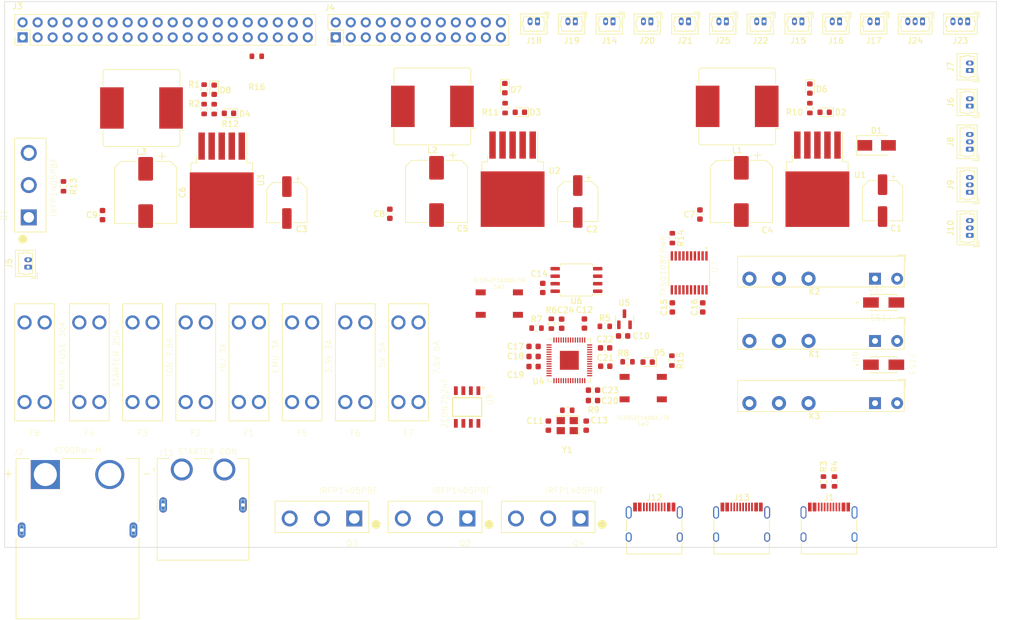
<source format=kicad_pcb>
(kicad_pcb (version 20211014) (generator pcbnew)
  (title_block (title "Iron Warriors v2.0") (date "2022-12-13") (rev "v1.0"))
  (layers (0 "F.Cu" signal) (31 "B.Cu" signal) (34 "B.Paste" user) (35 "F.Paste" user) (36 "B.SilkS" user "B.Silkscreen") (37 "F.SilkS" user "F.Silkscreen") (38 "B.Mask" user) (39 "F.Mask" user) (44 "Edge.Cuts" user))
  (net 0 "")
  (net 1 "VBUS")
  (net 2 "GND")
  (net 3 "/PWR/5V")
  (net 4 "/PWR/7.5V")
  (net 5 "+3.3V")
  (net 6 "+5V")
  (net 7 "+7.5V")
  (net 8 "/CPU/XIN")
  (net 9 "/CPU/XOUT")
  (net 10 "+1V1")
  (net 11 "/PWR/3.3V")
  (net 12 "Net-(D2-Pad1)")
  (net 13 "Net-(D3-Pad1)")
  (net 14 "Net-(D4-Pad1)")
  (net 15 "Net-(D5-Pad2)")
  (net 16 "Net-(D6-Pad2)")
  (net 17 "Net-(D7-Pad2)")
  (net 18 "Net-(D8-Pad2)")
  (net 19 "/IO/INJ IN")
  (net 20 "/IO/INJ OUT")
  (net 21 "Net-(D10-PadK)")
  (net 22 "Net-(D10-PadA)")
  (net 24 "+BATT")
  (net 39 "Net-(F8-Pad3)")
  (net 42 "/CPU/USB_DP")
  (net 43 "/CPU/USB_DM")
  (net 47 "Net-(J2-PadN)")
  (net 48 "/IO/IGN_COIL_#5")
  (net 49 "/IO/EGT_IN_#1")
  (net 50 "/IO/KNCK_SENS_IN_#1")
  (net 51 "/IO/ANALOG_IN_#2")
  (net 52 "/IO/CLT_IN")
  (net 53 "/IO/WBO_Vs")
  (net 54 "/IO/CAMSYNC_IN_#2")
  (net 55 "/IO/PRIM_TRIGG")
  (net 56 "/IO/FLEX_FUEL_IN")
  (net 57 "/IO/SWITCH_IN_#1")
  (net 58 "/IO/RS232_TXD")
  (net 59 "/IO/CAN_H")
  (net 60 "/IO/EMU")
  (net 61 "/IO/IGN_COIL_#4")
  (net 62 "/IO/EGT_IN_#2")
  (net 63 "/IO/KNCK_SENS_IN_#2")
  (net 64 "/IO/ANALOG_IN_#3")
  (net 65 "/IO/TPS_IN")
  (net 66 "/IO/WBO_Ip")
  (net 67 "/IO/VSS_IN")
  (net 68 "/IO/CAMSYNC_IN_#1")
  (net 69 "/IO/WBO_Rcal")
  (net 70 "/IO/SWITCH_IN_#2")
  (net 71 "/IO/RS232_RXD")
  (net 72 "/IO/CAN_L")
  (net 73 "/IO/5V EMU")
  (net 74 "GNDS")
  (net 75 "/IO/ANALOG_IN_#4")
  (net 76 "/IO/ANALOG_IN_#1")
  (net 77 "/IO/IAT_IN")
  (net 78 "/IO/WBO_VGND")
  (net 79 "/IO/ANALOG_IN_#5")
  (net 80 "/IO/SWITCH_IN_#3")
  (net 81 "/IO/ANALOG_IN_#6")
  (net 83 "/IO/IGN_COIL_#6")
  (net 84 "/IO/H_BRIDGE_A_#1")
  (net 85 "/IO/H_BRIDGE_A_#2")
  (net 86 "/IO/AUX_#6")
  (net 87 "/IO/AUX_#3")
  (net 88 "/IO/INJ_#4")
  (net 89 "/IO/INJ_#1")
  (net 90 "/IO/IGN_COIL_#1")
  (net 91 "/IO/IGN_COIL_#3")
  (net 92 "/IO/H_BRIDGE_B_#1")
  (net 93 "/IO/H_BRIDGE_B_#2")
  (net 94 "/IO/AUX_#5")
  (net 95 "/IO/AUX_#2{slash}INJ_#8")
  (net 96 "/IO/INJ_#5")
  (net 97 "/IO/INJ_#2")
  (net 98 "/IO/IGN_COIL_#2")
  (net 99 "/IO/WBO_Heater")
  (net 100 "/IO/AUX_#4{slash}Tacho")
  (net 101 "/IO/AUX_#1{slash}INJ_#7")
  (net 102 "/IO/INJ_#6")
  (net 103 "/IO/INJ_#3")
  (net 104 "Net-(J5-Pad2)")
  (net 105 "/IO/LEFT WHEEL OUT")
  (net 106 "/IO/RIGHT WHEEL OUT")
  (net 108 "Net-(J11-Pad2)")
  (net 109 "/IO/STARTER")
  (net 110 "Net-(J12-PadA1)")
  (net 111 "/IO/USB_PASSTHROUH_VSYS")
  (net 113 "/IO/USB_PASSTHROUH_DP")
  (net 114 "/IO/USB_PASSTHROUH_DN")
  (net 118 "/IO/USB_PASSTHROUH_GND")
  (net 123 "/IO/IGN")
  (net 124 "Net-(J25-Pad1)")
  (net 125 "/IO/INJ")
  (net 127 "Net-(Q2-Pad1)")
  (net 128 "Net-(R1-Pad2)")
  (net 129 "Net-(R3-Pad2)")
  (net 130 "Net-(R4-Pad2)")
  (net 131 "Net-(R5-Pad2)")
  (net 132 "/CPU/QSPI_SS")
  (net 133 "/CPU/USB_BOOT")
  (net 134 "/CPU/GPIO25")
  (net 135 "/CPU/RUN")
  (net 136 "/CPU/GPIO0")
  (net 137 "/CPU/GPIO1")
  (net 138 "/CPU/GPIO2")
  (net 139 "/CPU/GPIO3")
  (net 140 "/CPU/GPIO4")
  (net 141 "/CPU/GPIO5")
  (net 142 "/CPU/GPIO6")
  (net 143 "/CPU/GPIO7")
  (net 144 "/CPU/GPIO8")
  (net 145 "/CPU/GPIO9")
  (net 146 "/CPU/GPIO10")
  (net 147 "/CPU/GPIO11")
  (net 148 "/CPU/GPIO12")
  (net 149 "/CPU/GPIO13")
  (net 150 "/CPU/GPIO14")
  (net 151 "/CPU/GPIO15")
  (net 154 "/CPU/GPIO16")
  (net 155 "/CPU/GPIO17")
  (net 156 "/CPU/GPIO18")
  (net 157 "/CPU/GPIO19")
  (net 158 "/CPU/GPIO20")
  (net 159 "/CPU/GPIO21")
  (net 160 "/CPU/GPIO22")
  (net 161 "/CPU/GPIO23")
  (net 162 "/CPU/GPIO24")
  (net 163 "/CPU/GPIO26")
  (net 164 "/CPU/GPIO27")
  (net 165 "/CPU/GPIO28")
  (net 166 "/CPU/GPIO29")
  (net 167 "/CPU/QSPI_SD3")
  (net 168 "/CPU/QSPI_SCLK")
  (net 169 "/CPU/QSPI_SD0")
  (net 170 "/CPU/QSPI_SD2")
  (net 171 "/CPU/QSPI_SD1")
  (net 189 "Net-(U7-Pad10)")
  (footprint "Connector_Molex:Molex_PicoBlade_53047-0310_1x03_P1.25mm_Vertical" (layer "F.Cu") (at 206.369224 68.05 180)
    (fp_text reference "J24" (at 1.25 -3.25) (layer "F.SilkS"))
    (fp_text value "IGN CON")
    (pad "1" thru_hole roundrect (at 0 0 180) (size 0.8 1.3) (drill 0.5) (layers *.Cu *.Mask) (net 2 "GND"))
    (pad "2" thru_hole oval (at 1.25 0 180) (size 0.8 1.3) (drill 0.5) (layers *.Cu *.Mask) (net 90 "/IO/IGN_COIL_#1"))
    (pad "3" thru_hole oval (at 2.5 0 180) (size 0.8 1.3) (drill 0.5) (layers *.Cu *.Mask) (net 123 "/IO/IGN"))
  )
  (footprint "ES1J:DIO_ES1J" (layer "F.Cu") (at 199.785 115.614375)
    (fp_text reference "D10" (at -1.18 -2.415) (layer "F.SilkS") (effects (font (thickness 0.05))))
    (fp_text value "ES1J" (at -0.485 2.555) (layer "F.SilkS") (effects (font (thickness 0.05))))
    (pad "A" smd rect (at 2.15 0) (size 2.65 1.75) (layers "F.Cu" "F.Paste") (net 22 "Net-(D10-PadA)"))
    (pad "K" smd rect (at -2.15 0) (size 2.65 1.75) (layers "F.Cu" "F.Paste") (net 21 "Net-(D10-PadK)"))
  )
  (footprint "Resistor_SMD:R_0603_1608Metric" (layer "F.Cu") (at 84.8 82.875 90)
    (fp_text reference "R2" (at 0.875 -1.7) (layer "F.SilkS"))
    (fp_text value "2k")
    (pad "1" smd roundrect (at -0.825 0 90) (size 0.8 0.95) (layers "F.Cu" "F.Paste" "F.Mask") (net 128 "Net-(R1-Pad2)"))
    (pad "2" smd roundrect (at 0.825 0 90) (size 0.8 0.95) (layers "F.Cu" "F.Paste" "F.Mask") (net 7 "+7.5V"))
  )
  (footprint "Resistor_SMD:R_0603_1608Metric" (layer "F.Cu") (at 84.8 79.575 -90)
    (fp_text reference "R1" (at -0.875 1.7) (layer "F.SilkS"))
    (fp_text value "10k")
    (pad "1" smd roundrect (at -0.825 0 270) (size 0.8 0.95) (layers "F.Cu" "F.Paste" "F.Mask") (net 2 "GND"))
    (pad "2" smd roundrect (at 0.825 0 270) (size 0.8 0.95) (layers "F.Cu" "F.Paste" "F.Mask") (net 128 "Net-(R1-Pad2)"))
  )
  (footprint "Resistor_SMD:R_0603_1608Metric" (layer "F.Cu") (at 141.05 119.95)
    (fp_text reference "R7" (at 0 -1.5 180) (layer "F.SilkS"))
    (fp_text value "10k")
    (pad "1" smd roundrect (at -0.825 0) (size 0.8 0.95) (layers "F.Cu" "F.Paste" "F.Mask") (net 5 "+3.3V"))
    (pad "2" smd roundrect (at 0.825 0) (size 0.8 0.95) (layers "F.Cu" "F.Paste" "F.Mask") (net 132 "/CPU/QSPI_SS"))
  )
  (footprint "Connector_USB:USB_C_Receptacle_HRO_TYPE-C-31-M-12" (layer "F.Cu") (at 190.542 154.265)
    (fp_text reference "J1" (at 0 -5.645) (layer "F.SilkS"))
    (fp_text value "USB_C_Receptacle")
    (pad "" np_thru_hole circle (at 2.89 -2.6) (size 0.65 0.65) (drill 0.65) (layers *.Cu *.Mask))
    (pad "" np_thru_hole circle (at -2.89 -2.6) (size 0.65 0.65) (drill 0.65) (layers *.Cu *.Mask))
    (pad "A1" smd rect (at -3.25 -4.045) (size 0.6 1.45) (layers "F.Cu" "F.Paste" "F.Mask") (net 2 "GND"))
    (pad "A4" smd rect (at -2.45 -4.045) (size 0.6 1.45) (layers "F.Cu" "F.Paste" "F.Mask") (net 1 "VBUS"))
    (pad "A5" smd rect (at -1.25 -4.045) (size 0.3 1.45) (layers "F.Cu" "F.Paste" "F.Mask"))
    (pad "A6" smd rect (at -0.25 -4.045) (size 0.3 1.45) (layers "F.Cu" "F.Paste" "F.Mask") (net 42 "/CPU/USB_DP"))
    (pad "A7" smd rect (at 0.25 -4.045) (size 0.3 1.45) (layers "F.Cu" "F.Paste" "F.Mask") (net 43 "/CPU/USB_DM"))
    (pad "A8" smd rect (at 1.25 -4.045) (size 0.3 1.45) (layers "F.Cu" "F.Paste" "F.Mask"))
    (pad "A9" smd rect (at 2.45 -4.045) (size 0.6 1.45) (layers "F.Cu" "F.Paste" "F.Mask") (net 1 "VBUS"))
    (pad "A12" smd rect (at 3.25 -4.045) (size 0.6 1.45) (layers "F.Cu" "F.Paste" "F.Mask") (net 2 "GND"))
    (pad "B1" smd rect (at 3.25 -4.045) (size 0.6 1.45) (layers "F.Cu" "F.Paste" "F.Mask") (net 2 "GND"))
    (pad "B4" smd rect (at 2.45 -4.045) (size 0.6 1.45) (layers "F.Cu" "F.Paste" "F.Mask") (net 1 "VBUS"))
    (pad "B5" smd rect (at 1.75 -4.045) (size 0.3 1.45) (layers "F.Cu" "F.Paste" "F.Mask"))
    (pad "B6" smd rect (at 0.75 -4.045) (size 0.3 1.45) (layers "F.Cu" "F.Paste" "F.Mask") (net 42 "/CPU/USB_DP"))
    (pad "B7" smd rect (at -0.75 -4.045) (size 0.3 1.45) (layers "F.Cu" "F.Paste" "F.Mask") (net 43 "/CPU/USB_DM"))
    (pad "B8" smd rect (at -1.75 -4.045) (size 0.3 1.45) (layers "F.Cu" "F.Paste" "F.Mask"))
    (pad "B9" smd rect (at -2.45 -4.045) (size 0.6 1.45) (layers "F.Cu" "F.Paste" "F.Mask") (net 1 "VBUS"))
    (pad "B12" smd rect (at -3.25 -4.045) (size 0.6 1.45) (layers "F.Cu" "F.Paste" "F.Mask") (net 2 "GND"))
    (pad "S1" thru_hole oval (at 4.32 -3.13) (size 1 2.1) (drill oval 0.6 1.7) (layers *.Cu *.Mask) (net 2 "GND"))
    (pad "S1" thru_hole oval (at 4.32 1.05) (size 1 1.6) (drill oval 0.6 1.2) (layers *.Cu *.Mask) (net 2 "GND"))
    (pad "S1" thru_hole oval (at -4.32 1.05) (size 1 1.6) (drill oval 0.6 1.2) (layers *.Cu *.Mask) (net 2 "GND"))
    (pad "S1" thru_hole oval (at -4.32 -3.13) (size 1 2.1) (drill oval 0.6 1.7) (layers *.Cu *.Mask) (net 2 "GND"))
  )
  (footprint "Capacitor_SMD:CP_Elec_10x10" (layer "F.Cu") (at 74.9 96.995 -90)
    (fp_text reference "C6" (at 0 -6.2 90) (layer "F.SilkS"))
    (fp_text value "330uF")
    (pad "1" smd roundrect (at -4 0 270) (size 4 2.5) (layers "F.Cu" "F.Paste" "F.Mask") (roundrect_rratio 0.1) (net 7 "+7.5V"))
    (pad "2" smd roundrect (at 4 0 270) (size 4 2.5) (layers "F.Cu" "F.Paste" "F.Mask") (roundrect_rratio 0.1) (net 2 "GND"))
  )
  (footprint "Capacitor_SMD:C_0603_1608Metric" (layer "F.Cu") (at 67.6 100.825 -90)
    (fp_text reference "C9" (at -0.025 1.8) (layer "F.SilkS"))
    (fp_text value "0.1uF")
    (pad "1" smd roundrect (at -0.775 0 270) (size 0.9 0.95) (layers "F.Cu" "F.Paste" "F.Mask") (net 7 "+7.5V"))
    (pad "2" smd roundrect (at 0.775 0 270) (size 0.9 0.95) (layers "F.Cu" "F.Paste" "F.Mask") (net 2 "GND"))
  )
  (footprint "FUSE_3557-2:FUSE_3557-2" (layer "F.Cu") (at 92.38 125.725 -90)
    (fp_text reference "F1" (at 12 0) (layer "F.SilkS") (effects (font (size 1.00134 1.00134) (thickness 0.05))))
    (fp_text value "EMU 3A" (at -1 -4.52 90) (layer "F.SilkS") (effects (font (size 1.00157 1.00157) (thickness 0.05))))
    (pad "1" thru_hole circle (at -6.735 -1.7 270) (size 2.4 2.4) (drill 1.6) (layers *.Cu *.Mask) (net 60 "/IO/EMU"))
    (pad "2" thru_hole circle (at -6.735 1.7 270) (size 2.4 2.4) (drill 1.6) (layers *.Cu *.Mask))
    (pad "3" thru_hole circle (at 6.735 -1.7 270) (size 2.4 2.4) (drill 1.6) (layers *.Cu *.Mask) (net 24 "+BATT"))
    (pad "4" thru_hole circle (at 6.735 1.7 270) (size 2.4 2.4) (drill 1.6) (layers *.Cu *.Mask))
  )
  (footprint "Diode_SMD:D_SMA" (layer "F.Cu") (at 198.6 89.025)
    (fp_text reference "D1" (at 0 -2.5) (layer "F.SilkS"))
    (fp_text value "B120-E3")
    (pad "1" smd rect (at -2 0) (size 2.5 1.8) (layers "F.Cu" "F.Paste" "F.Mask") (net 11 "/PWR/3.3V"))
    (pad "2" smd rect (at 2 0) (size 2.5 1.8) (layers "F.Cu" "F.Paste" "F.Mask") (net 1 "VBUS"))
  )
  (footprint "Resistor_SMD:R_0603_1608Metric" (layer "F.Cu") (at 187.3 82.715 -90)
    (fp_text reference "R10" (at 0.7 2.6) (layer "F.SilkS"))
    (fp_text value "470")
    (pad "1" smd roundrect (at -0.825 0 270) (size 0.8 0.95) (layers "F.Cu" "F.Paste" "F.Mask") (net 5 "+3.3V"))
    (pad "2" smd roundrect (at 0.825 0 270) (size 0.8 0.95) (layers "F.Cu" "F.Paste" "F.Mask") (net 16 "Net-(D6-Pad2)"))
  )
  (footprint "Capacitor_SMD:C_0603_1608Metric" (layer "F.Cu") (at 169.175 116.45 90)
    (fp_text reference "C16" (at 0.025 -1.4 270) (layer "F.SilkS"))
    (fp_text value "0.1uF")
    (pad "1" smd roundrect (at -0.775 0 90) (size 0.9 0.95) (layers "F.Cu" "F.Paste" "F.Mask") (net 2 "GND"))
    (pad "2" smd roundrect (at 0.775 0 90) (size 0.9 0.95) (layers "F.Cu" "F.Paste" "F.Mask") (net 6 "+5V"))
  )
  (footprint "TL3342F160QG_TR:SW_TL3342F160QG%2fTR" (layer "F.Cu") (at 159.1 130.1)
    (fp_text reference "SW2" (at 0 6.05) (layer "F.SilkS") (effects (font (size 0.640782 0.640782) (thickness 0.05))))
    (fp_text value "TL3342F160QG/TR" (at 0 5.05) (layer "F.SilkS") (effects (font (size 0.641306 0.641306) (thickness 0.05))))
    (pad "1" smd rect (at -3.15 1.9) (size 1.7 1) (layers "F.Cu" "F.Paste") (net 2 "GND"))
    (pad "2" smd rect (at 3.15 1.9) (size 1.7 1) (layers "F.Cu" "F.Paste") (net 2 "GND"))
    (pad "3" smd rect (at -3.15 -1.9) (size 1.7 1) (layers "F.Cu" "F.Paste") (net 135 "/CPU/RUN"))
    (pad "4" smd rect (at 3.15 -1.9) (size 1.7 1) (layers "F.Cu" "F.Paste") (net 135 "/CPU/RUN"))
  )
  (footprint "Capacitor_SMD:CP_Elec_10x10" (layer "F.Cu") (at 175.7 96.825 -90)
    (fp_text reference "C4" (at 6.55 -4.4) (layer "F.SilkS"))
    (fp_text value "330uF")
    (pad "1" smd roundrect (at -4 0 270) (size 4 2.5) (layers "F.Cu" "F.Paste" "F.Mask") (roundrect_rratio 0.1) (net 5 "+3.3V"))
    (pad "2" smd roundrect (at 4 0 270) (size 4 2.5) (layers "F.Cu" "F.Paste" "F.Mask") (roundrect_rratio 0.1) (net 2 "GND"))
  )
  (footprint "Capacitor_SMD:CP_Elec_6.3x5.8" (layer "F.Cu") (at 98.8 98.7 -90)
    (fp_text reference "C3" (at 4.5 -2.5) (layer "F.SilkS"))
    (fp_text value "47uF")
    (pad "1" smd roundrect (at -2.7 0 270) (size 3.5 1.6) (layers "F.Cu" "F.Paste" "F.Mask") (roundrect_rratio 0.15625) (net 4 "/PWR/7.5V"))
    (pad "2" smd roundrect (at 2.7 0 270) (size 3.5 1.6) (layers "F.Cu" "F.Paste" "F.Mask") (roundrect_rratio 0.15625) (net 2 "GND"))
  )
  (footprint "Resistor_SMD:R_0603_1608Metric" (layer "F.Cu") (at 191.475 145.9 90)
    (fp_text reference "R4" (at 2.55 0 90) (layer "F.SilkS"))
    (fp_text value "27")
    (pad "1" smd roundrect (at -0.825 0 90) (size 0.8 0.95) (layers "F.Cu" "F.Paste" "F.Mask") (net 43 "/CPU/USB_DM"))
    (pad "2" smd roundrect (at 0.825 0 90) (size 0.8 0.95) (layers "F.Cu" "F.Paste" "F.Mask") (net 130 "Net-(R4-Pad2)"))
  )
  (footprint "Capacitor_SMD:C_0603_1608Metric" (layer "F.Cu") (at 164.025 116.45 90)
    (fp_text reference "C15" (at 0 -1.43 90) (layer "F.SilkS"))
    (fp_text value "0.1uF")
    (pad "1" smd roundrect (at -0.775 0 90) (size 0.9 0.95) (layers "F.Cu" "F.Paste" "F.Mask") (net 2 "GND"))
    (pad "2" smd roundrect (at 0.775 0 90) (size 0.9 0.95) (layers "F.Cu" "F.Paste" "F.Mask") (net 5 "+3.3V"))
  )
  (footprint "FUSE_3557-2:FUSE_3557-2" (layer "F.Cu") (at 101.38 125.725 -90)
    (fp_text reference "F5" (at 12 0) (layer "F.SilkS") (effects (font (size 1.00134 1.00134) (thickness 0.05))))
    (fp_text value "3.3V 3A" (at -0.95 -4.57 90) (layer "F.SilkS") (effects (font (size 1.00157 1.00157) (thickness 0.05))))
    (pad "1" thru_hole circle (at -6.735 -1.7 270) (size 2.4 2.4) (drill 1.6) (layers *.Cu *.Mask) (net 11 "/PWR/3.3V"))
    (pad "2" thru_hole circle (at -6.735 1.7 270) (size 2.4 2.4) (drill 1.6) (layers *.Cu *.Mask))
    (pad "3" thru_hole circle (at 6.735 -1.7 270) (size 2.4 2.4) (drill 1.6) (layers *.Cu *.Mask) (net 24 "+BATT"))
    (pad "4" thru_hole circle (at 6.735 1.7 270) (size 2.4 2.4) (drill 1.6) (layers *.Cu *.Mask))
  )
  (footprint "Connector_Molex:Molex_PicoBlade_53047-0210_1x02_P1.25mm_Vertical" (layer "F.Cu") (at 214.359616 76.35 90)
    (fp_text reference "J7" (at 0.62 -3.25 90) (layer "F.SilkS"))
    (fp_text value "STARTER INF")
    (pad "1" thru_hole roundrect (at 0 0 90) (size 0.8 1.3) (drill 0.5) (layers *.Cu *.Mask) (net 21 "Net-(D10-PadK)"))
    (pad "2" thru_hole oval (at 1.25 0 90) (size 0.8 1.3) (drill 0.5) (layers *.Cu *.Mask) (net 22 "Net-(D10-PadA)"))
  )
  (footprint "Package_SO:SOIC-8_5.23x5.23mm_P1.27mm" (layer "F.Cu") (at 147.8 111.8 180)
    (fp_text reference "U6" (at 0 -3.56) (layer "F.SilkS"))
    (fp_text value "W25Q32JVSS")
    (pad "1" smd roundrect (at -3.6 -1.905 180) (size 1.6 0.6) (layers "F.Cu" "F.Paste" "F.Mask") (net 132 "/CPU/QSPI_SS"))
    (pad "2" smd roundrect (at -3.6 -0.635 180) (size 1.6 0.6) (layers "F.Cu" "F.Paste" "F.Mask") (net 171 "/CPU/QSPI_SD1"))
    (pad "3" smd roundrect (at -3.6 0.635 180) (size 1.6 0.6) (layers "F.Cu" "F.Paste" "F.Mask") (net 170 "/CPU/QSPI_SD2"))
    (pad "4" smd roundrect (at -3.6 1.905 180) (size 1.6 0.6) (layers "F.Cu" "F.Paste" "F.Mask") (net 2 "GND"))
    (pad "5" smd roundrect (at 3.6 1.905 180) (size 1.6 0.6) (layers "F.Cu" "F.Paste" "F.Mask") (net 169 "/CPU/QSPI_SD0"))
    (pad "6" smd roundrect (at 3.6 0.635 180) (size 1.6 0.6) (layers "F.Cu" "F.Paste" "F.Mask") (net 168 "/CPU/QSPI_SCLK"))
    (pad "7" smd roundrect (at 3.6 -0.635 180) (size 1.6 0.6) (layers "F.Cu" "F.Paste" "F.Mask") (net 167 "/CPU/QSPI_SD3"))
    (pad "8" smd roundrect (at 3.6 -1.905 180) (size 1.6 0.6) (layers "F.Cu" "F.Paste" "F.Mask") (net 5 "+3.3V"))
  )
  (footprint "FUSE_3557-2:FUSE_3557-2" (layer "F.Cu") (at 110.38 125.725 -90)
    (fp_text reference "F6" (at 12 0) (layer "F.SilkS") (effects (font (size 1.00134 1.00134) (thickness 0.05))))
    (fp_text value "5V 5A" (at -1.25 -4.57 90) (layer "F.SilkS") (effects (font (size 1.00157 1.00157) (thickness 0.05))))
    (pad "1" thru_hole circle (at -6.735 -1.7 270) (size 2.4 2.4) (drill 1.6) (layers *.Cu *.Mask) (net 3 "/PWR/5V"))
    (pad "2" thru_hole circle (at -6.735 1.7 270) (size 2.4 2.4) (drill 1.6) (layers *.Cu *.Mask))
    (pad "3" thru_hole circle (at 6.735 -1.7 270) (size 2.4 2.4) (drill 1.6) (layers *.Cu *.Mask) (net 24 "+BATT"))
    (pad "4" thru_hole circle (at 6.735 1.7 270) (size 2.4 2.4) (drill 1.6) (layers *.Cu *.Mask))
  )
  (footprint "Crystal:Crystal_SMD_3225-4Pin_3.2x2.5mm" (layer "F.Cu") (at 146.25 136.45 180)
    (fp_text reference "Y1" (at 0 -4.1) (layer "F.SilkS"))
    (fp_text value "Crystal")
    (pad "1" smd rect (at -1.1 0.85 180) (size 1.4 1.2) (layers "F.Cu" "F.Paste" "F.Mask") (net 9 "/CPU/XOUT"))
    (pad "2" smd rect (at 1.1 0.85 180) (size 1.4 1.2) (layers "F.Cu" "F.Paste" "F.Mask") (net 8 "/CPU/XIN"))
    (pad "3" smd rect (at 1.1 -0.85 180) (size 1.4 1.2) (layers "F.Cu" "F.Paste" "F.Mask"))
    (pad "4" smd rect (at -1.1 -0.85 180) (size 1.4 1.2) (layers "F.Cu" "F.Paste" "F.Mask"))
  )
  (footprint "LED_SMD:LED_0603_1608Metric" (layer "F.Cu") (at 135.685 79.3375 -90)
    (fp_text reference "D7" (at 0.2875 -1.9) (layer "F.SilkS"))
    (fp_text value "LED")
    (pad "1" smd roundrect (at -0.7875 0 270) (size 0.875 0.95) (layers "F.Cu" "F.Paste" "F.Mask") (net 2 "GND"))
    (pad "2" smd roundrect (at 0.7875 0 270) (size 0.875 0.95) (layers "F.Cu" "F.Paste" "F.Mask") (net 17 "Net-(D7-Pad2)"))
  )
  (footprint "Relay_THT:Relay_SPDT_Finder_34.51_Vertical" (layer "F.Cu") (at 198.325 111.5925 180)
    (fp_text reference "K2" (at 10.25 -2.2) (layer "F.SilkS"))
    (fp_text value "FINDER-34.51 STARTER")
    (pad "11" thru_hole circle (at 16.25 0 180) (size 2.4 2.4) (drill 1.3) (layers *.Cu *.Mask) (net 162 "/CPU/GPIO24"))
    (pad "12" thru_hole circle (at 11.25 0 180) (size 2.4 2.4) (drill 1.3) (layers *.Cu *.Mask) (net 2 "GND"))
    (pad "14" thru_hole circle (at 21.25 0 180) (size 2.4 2.4) (drill 1.3) (layers *.Cu *.Mask) (net 5 "+3.3V"))
    (pad "A1" thru_hole rect (at 0 0 180) (size 2 2) (drill 1) (layers *.Cu *.Mask) (net 21 "Net-(D10-PadK)"))
    (pad "A2" thru_hole circle (at -3.75 0 180) (size 2 2) (drill 1) (layers *.Cu *.Mask) (net 22 "Net-(D10-PadA)"))
  )
  (footprint "Connector_Molex:Molex_PicoBlade_53047-0210_1x02_P1.25mm_Vertical" (layer "F.Cu") (at 141.215384 68.05 180)
    (fp_text reference "J18" (at 0.62 -3.25) (layer "F.SilkS"))
    (fp_text value "OIL CON")
    (pad "1" thru_hole roundrect (at 0 0 180) (size 0.8 1.3) (drill 0.5) (layers *.Cu *.Mask) (net 74 "GNDS"))
    (pad "2" thru_hole oval (at 1.25 0 180) (size 0.8 1.3) (drill 0.5) (layers *.Cu *.Mask) (net 76 "/IO/ANALOG_IN_#1"))
  )
  (footprint "Connector_Molex:Molex_PicoBlade_53047-0210_1x02_P1.25mm_Vertical" (layer "F.Cu") (at 198.72884 68.05 180)
    (fp_text reference "J17" (at 0.62 -3.25) (layer "F.SilkS"))
    (fp_text value "7.5V OUT")
    (pad "1" thru_hole roundrect (at 0 0 180) (size 0.8 1.3) (drill 0.5) (layers *.Cu *.Mask) (net 2 "GND"))
    (pad "2" thru_hole oval (at 1.25 0 180) (size 0.8 1.3) (drill 0.5) (layers *.Cu *.Mask) (net 7 "+7.5V"))
  )
  (footprint "LED_SMD:LED_0603_1608Metric" (layer "F.Cu") (at 187.3 79.415 -90)
    (fp_text reference "D6" (at 0.1 -2) (layer "F.SilkS"))
    (fp_text value "LED")
    (pad "1" smd roundrect (at -0.7875 0 270) (size 0.875 0.95) (layers "F.Cu" "F.Paste" "F.Mask") (net 2 "GND"))
    (pad "2" smd roundrect (at 0.7875 0 270) (size 0.875 0.95) (layers "F.Cu" "F.Paste" "F.Mask") (net 16 "Net-(D6-Pad2)"))
  )
  (footprint "Capacitor_SMD:C_0603_1608Metric" (layer "F.Cu") (at 116.225 100.6 -90)
    (fp_text reference "C8" (at 0.025 1.8) (layer "F.SilkS"))
    (fp_text value "0.1uF")
    (pad "1" smd roundrect (at -0.775 0 270) (size 0.9 0.95) (layers "F.Cu" "F.Paste" "F.Mask") (net 6 "+5V"))
    (pad "2" smd roundrect (at 0.775 0 270) (size 0.9 0.95) (layers "F.Cu" "F.Paste" "F.Mask") (net 2 "GND"))
  )
  (footprint "FUSE_3557-2:FUSE_3557-2" (layer "F.Cu") (at 83.38 125.725 -90)
    (fp_text reference "F2" (at 12 0) (layer "F.SilkS") (effects (font (size 1.00134 1.00134) (thickness 0.05))))
    (fp_text value "INJ 3A" (at -0.775 -4.595 90) (layer "F.SilkS") (effects (font (size 1.00157 1.00157) (thickness 0.05))))
    (pad "1" thru_hole circle (at -6.735 -1.7 270) (size 2.4 2.4) (drill 1.6) (layers *.Cu *.Mask) (net 125 "/IO/INJ"))
    (pad "2" thru_hole circle (at -6.735 1.7 270) (size 2.4 2.4) (drill 1.6) (layers *.Cu *.Mask))
    (pad "3" thru_hole circle (at 6.735 -1.7 270) (size 2.4 2.4) (drill 1.6) (layers *.Cu *.Mask) (net 24 "+BATT"))
    (pad "4" thru_hole circle (at 6.735 1.7 270) (size 2.4 2.4) (drill 1.6) (layers *.Cu *.Mask))
  )
  (footprint "Resistor_SMD:R_0603_1608Metric" (layer "F.Cu") (at 143.55 119.2 90)
    (fp_text reference "R6" (at 2.3 0 180) (layer "F.SilkS"))
    (fp_text value "1k")
    (pad "1" smd roundrect (at -0.825 0 90) (size 0.8 0.95) (layers "F.Cu" "F.Paste" "F.Mask") (net 132 "/CPU/QSPI_SS"))
    (pad "2" smd roundrect (at 0.825 0 90) (size 0.8 0.95) (layers "F.Cu" "F.Paste" "F.Mask") (net 133 "/CPU/USB_BOOT"))
  )
  (footprint "Capacitor_SMD:C_0603_1608Metric" (layer "F.Cu") (at 140.55 124.75 180)
    (fp_text reference "C18" (at 3.05 0.05) (layer "F.SilkS"))
    (fp_text value "0.1uF")
    (pad "1" smd roundrect (at -0.775 0 180) (size 0.9 0.95) (layers "F.Cu" "F.Paste" "F.Mask") (net 5 "+3.3V"))
    (pad "2" smd roundrect (at 0.775 0 180) (size 0.9 0.95) (layers "F.Cu" "F.Paste" "F.Mask") (net 2 "GND"))
  )
  (footprint "Connector_Molex:Molex_PicoBlade_53047-0310_1x03_P1.25mm_Vertical" (layer "F.Cu") (at 214.009616 68.05 180)
    (fp_text reference "J23" (at 1.25 -3.25) (layer "F.SilkS"))
    (fp_text value "DATA LOGGER CON")
    (pad "1" thru_hole roundrect (at 0 0 180) (size 0.8 1.3) (drill 0.5) (layers *.Cu *.Mask) (net 73 "/IO/5V EMU"))
    (pad "2" thru_hole oval (at 1.25 0 180) (size 0.8 1.3) (drill 0.5) (layers *.Cu *.Mask) (net 58 "/IO/RS232_TXD"))
    (pad "3" thru_hole oval (at 2.5 0 180) (size 0.8 1.3) (drill 0.5) (layers *.Cu *.Mask) (net 74 "GNDS"))
  )
  (footprint "Capacitor_SMD:C_0603_1608Metric" (layer "F.Cu") (at 152.65 123.3)
    (fp_text reference "C22" (at -0.025 -1.475) (layer "F.SilkS"))
    (fp_text value "0.1uF")
    (pad "1" smd roundrect (at -0.775 0) (size 0.9 0.95) (layers "F.Cu" "F.Paste" "F.Mask") (net 5 "+3.3V"))
    (pad "2" smd roundrect (at 0.775 0) (size 0.9 0.95) (layers "F.Cu" "F.Paste" "F.Mask") (net 2 "GND"))
  )
  (footprint "Capacitor_SMD:C_0603_1608Metric" (layer "F.Cu") (at 149.15 119.175 90)
    (fp_text reference "C12" (at 2.325 0 180) (layer "F.SilkS"))
    (fp_text value "0.1uF")
    (pad "1" smd roundrect (at -0.775 0 90) (size 0.9 0.95) (layers "F.Cu" "F.Paste" "F.Mask") (net 5 "+3.3V"))
    (pad "2" smd roundrect (at 0.775 0 90) (size 0.9 0.95) (layers "F.Cu" "F.Paste" "F.Mask") (net 2 "GND"))
  )
  (footprint "LED_SMD:LED_0603_1608Metric" (layer "F.Cu") (at 86.5 79.6125 -90)
    (fp_text reference "D8" (at 0.0875 -1.9) (layer "F.SilkS"))
    (fp_text value "LED")
    (pad "1" smd roundrect (at -0.7875 0 270) (size 0.875 0.95) (layers "F.Cu" "F.Paste" "F.Mask") (net 2 "GND"))
    (pad "2" smd roundrect (at 0.7875 0 270) (size 0.875 0.95) (layers "F.Cu" "F.Paste" "F.Mask") (net 18 "Net-(D8-Pad2)"))
  )
  (footprint "Package_TO_SOT_SMD:TO-263-5_TabPin3" (layer "F.Cu") (at 188.575 94.755 -90)
    (fp_text reference "U1" (at -0.73 -7.225) (layer "F.SilkS"))
    (fp_text value "AP1501_3.3")
    (pad "1" smd rect (at -5.775 -3.4 270) (size 4.6 1.1) (layers "F.Cu" "F.Paste" "F.Mask") (net 11 "/PWR/3.3V"))
    (pad "2" smd rect (at -5.775 -1.7 270) (size 4.6 1.1) (layers "F.Cu" "F.Paste" "F.Mask") (net 12 "Net-(D2-Pad1)"))
    (pad "3" smd rect (at -5.775 0 270) (size 4.6 1.1) (layers "F.Cu" "F.Paste" "F.Mask") (net 2 "GND"))
    (pad "3" smd rect (at 3.375 0 270) (size 9.4 10.8) (layers "F.Cu" "F.Mask") (net 2 "GND"))
    (pad "4" smd rect (at -5.775 1.7 270) (size 4.6 1.1) (layers "F.Cu" "F.Paste" "F.Mask") (net 5 "+3.3V"))
    (pad "5" smd rect (at -5.775 3.4 270) (size 4.6 1.1) (layers "F.Cu" "F.Paste" "F.Mask") (net 2 "GND"))
  )
  (footprint "Inductor_SMD:L_Bourns_SRR1208_12.7x12.7mm" (layer "F.Cu") (at 175 82.425 180)
    (fp_text reference "L1" (at 0 -7.4) (layer "F.SilkS"))
    (fp_text value "33uH")
    (pad "1" smd rect (at -5 0 180) (size 4 7) (layers "F.Cu" "F.Paste" "F.Mask") (net 12 "Net-(D2-Pad1)"))
    (pad "2" smd rect (at 5 0 180) (size 4 7) (layers "F.Cu" "F.Paste" "F.Mask") (net 5 "+3.3V"))
  )
  (footprint "Connector_Molex:Molex_PicoBlade_53047-0210_1x02_P1.25mm_Vertical" (layer "F.Cu") (at 185.948072 68.05 180)
    (fp_text reference "J15" (at 0.62 -3.25) (layer "F.SilkS"))
    (fp_text value "3.3V OUT")
    (pad "1" thru_hole roundrect (at 0 0 180) (size 0.8 1.3) (drill 0.5) (layers *.Cu *.Mask) (net 2 "GND"))
    (pad "2" thru_hole oval (at 1.25 0 180) (size 0.8 1.3) (drill 0.5) (layers *.Cu *.Mask) (net 5 "+3.3V"))
  )
  (footprint "IRFP1405:TO247AC" (layer "F.Cu") (at 143.022 151.9 180)
    (fp_text reference "Q4" (at -5.08558 -4.44987) (layer "F.SilkS") (effects (font (size 1.00109 1.00109) (thickness 0.05))))
    (fp_text value "IRFP1405PBF" (at -4.44632 4.44632) (layer "F.SilkS") (effects (font (size 1.00029 1.00029) (thickness 0.05))))
    (pad "1" thru_hole rect (at -5.46 -0.255 180) (size 2.69 2.69) (drill 1.79) (layers *.Cu *.Mask) (net 127 "Net-(Q2-Pad1)"))
    (pad "2" thru_hole circle (at 0 -0.255 180) (size 2.69 2.69) (drill 1.79) (layers *.Cu *.Mask) (net 108 "Net-(J11-Pad2)"))
    (pad "3" thru_hole circle (at 5.46 -0.255 180) (size 2.69 2.69) (drill 1.79) (layers *.Cu *.Mask) (net 2 "GND"))
  )
  (footprint "IRFP1405:TO247AC" (layer "F.Cu") (at 104.742 151.9 180)
    (fp_text reference "Q3" (at -5.08558 -4.44987) (layer "F.SilkS") (effects (font (size 1.00109 1.00109) (thickness 0.05))))
    (fp_text value "IRFP1405PBF" (at -4.44632 4.44632) (layer "F.SilkS") (effects (font (size 1.00029 1.00029) (thickness 0.05))))
    (pad "1" thru_hole rect (at -5.46 -0.255 180) (size 2.69 2.69) (drill 1.79) (layers *.Cu *.Mask) (net 127 "Net-(Q2-Pad1)"))
    (pad "2" thru_hole circle (at 0 -0.255 180) (size 2.69 2.69) (drill 1.79) (layers *.Cu *.Mask) (net 108 "Net-(J11-Pad2)"))
    (pad "3" thru_hole circle (at 5.46 -0.255 180) (size 2.69 2.69) (drill 1.79) (layers *.Cu *.Mask) (net 2 "GND"))
  )
  (footprint "Diode_SMD:D_0603_1608Metric" (layer "F.Cu") (at 89 83.6 180)
    (fp_text reference "D4" (at -2.6875 -0.1) (layer "F.SilkS"))
    (fp_text value "SS14")
    (pad "1" smd roundrect (at -0.7875 0 180) (size 0.875 0.95) (layers "F.Cu" "F.Paste" "F.Mask") (net 14 "Net-(D4-Pad1)"))
    (pad "2" smd roundrect (at 0.7875 0 180) (size 0.875 0.95) (layers "F.Cu" "F.Paste" "F.Mask") (net 2 "GND"))
  )
  (footprint "2EDN7524F:SOIC127P600X175-8N-22-V" (layer "F.Cu") (at 129.3 133.3 -90)
    (fp_text reference "U8" (at -1.27 -3.81 90) (layer "F.SilkS") (effects (font (thickness 0.05))))
    (fp_text value "2EDN7524F" (at -0.635 3.81 90) (layer "F.SilkS") (effects (font (thickness 0.05))))
    (pad "1" smd rect (at -2.765 -1.905 270) (size 1.47 0.65) (layers "F.Cu" "F.Paste"))
    (pad "2" smd rect (at -2.765 -0.635 270) (size 1.47 0.65) (layers "F.Cu" "F.Paste") (net 161 "/CPU/GPIO23"))
    (pad "3" smd rect (at -2.765 0.635 270) (size 1.47 0.65) (layers "F.Cu" "F.Paste"))
    (pad "4" smd rect (at -2.765 1.905 270) (size 1.47 0.65) (layers "F.Cu" "F.Paste"))
    (pad "5" smd rect (at 2.765 1.905 270) (size 1.47 0.65) (layers "F.Cu" "F.Paste"))
    (pad "6" smd rect (at 2.765 0.635 270) (size 1.47 0.65) (layers "F.Cu" "F.Paste") (net 6 "+5V"))
    (pad "7" smd rect (at 2.765 -0.635 270) (size 1.47 0.65) (layers "F.Cu" "F.Paste") (net 127 "Net-(Q2-Pad1)"))
    (pad "8" smd rect (at 2.765 -1.905 270) (size 1.47 0.65) (layers "F.Cu" "F.Paste"))
  )
  (footprint "FUSE_3557-2:FUSE_3557-2" (layer "F.Cu") (at 119.38 125.725 -90)
    (fp_text reference "F7" (at 12 0) (layer "F.SilkS") (effects (font (size 1.00134 1.00134) (thickness 0.05))))
    (fp_text value "7.5V 5A" (at -0.75 -4.77 90) (layer "F.SilkS") (effects (font (size 1.00157 1.00157) (thickness 0.05))))
    (pad "1" thru_hole circle (at -6.735 -1.7 270) (size 2.4 2.4) (drill 1.6) (layers *.Cu *.Mask) (net 4 "/PWR/7.5V"))
    (pad "2" thru_hole circle (at -6.735 1.7 270) (size 2.4 2.4) (drill 1.6) (layers *.Cu *.Mask))
    (pad "3" thru_hole circle (at 6.735 -1.7 270) (size 2.4 2.4) (drill 1.6) (layers *.Cu *.Mask) (net 24 "+BATT"))
    (pad "4" thru_hole circle (at 6.735 1.7 270) (size 2.4 2.4) (drill 1.6) (layers *.Cu *.Mask))
  )
  (footprint "Connector_Molex:Molex_PicoBlade_53047-0210_1x02_P1.25mm_Vertical" (layer "F.Cu") (at 153.996152 68.05 180)
    (fp_text reference "J14" (at 0.62 -3.25) (layer "F.SilkS"))
    (fp_text value "CAN")
    (pad "1" thru_hole roundrect (at 0 0 180) (size 0.8 1.3) (drill 0.5) (layers *.Cu *.Mask) (net 59 "/IO/CAN_H"))
    (pad "2" thru_hole oval (at 1.25 0 180) (size 0.8 1.3) (drill 0.5) (layers *.Cu *.Mask) (net 72 "/IO/CAN_L"))
  )
  (footprint "Package_DFN_QFN:QFN-56-1EP_7x7mm_P0.4mm_EP3.2x3.2mm" (layer "F.Cu") (at 146.6 125.4)
    (fp_text reference "U4" (at -5.25 3.55) (layer "F.SilkS"))
    (fp_text value "RP2040")
    (pad "1" smd roundrect locked (at -3.4375 -2.6) (size 0.875 0.2) (layers "F.Cu" "F.Paste" "F.Mask") (net 5 "+3.3V"))
    (pad "2" smd roundrect locked (at -3.4375 -2.2) (size 0.875 0.2) (layers "F.Cu" "F.Paste" "F.Mask") (net 136 "/CPU/GPIO0"))
    (pad "3" smd roundrect locked (at -3.4375 -1.8) (size 0.875 0.2) (layers "F.Cu" "F.Paste" "F.Mask") (net 137 "/CPU/GPIO1"))
    (pad "4" smd roundrect locked (at -3.4375 -1.4) (size 0.875 0.2) (layers "F.Cu" "F.Paste" "F.Mask") (net 138 "/CPU/GPIO2"))
    (pad "5" smd roundrect locked (at -3.4375 -1) (size 0.875 0.2) (layers "F.Cu" "F.Paste" "F.Mask") (net 139 "/CPU/GPIO3"))
    (pad "6" smd roundrect locked (at -3.4375 -0.6) (size 0.875 0.2) (layers "F.Cu" "F.Paste" "F.Mask") (net 140 "/CPU/GPIO4"))
    (pad "7" smd roundrect locked (at -3.4375 -0.2) (size 0.875 0.2) (layers "F.Cu" "F.Paste" "F.Mask") (net 141 "/CPU/GPIO5"))
    (pad "8" smd roundrect locked (at -3.4375 0.2) (size 0.875 0.2) (layers "F.Cu" "F.Paste" "F.Mask") (net 142 "/CPU/GPIO6"))
    (pad "9" smd roundrect locked (at -3.4375 0.6) (size 0.875 0.2) (layers "F.Cu" "F.Paste" "F.Mask") (net 143 "/CPU/GPIO7"))
    (pad "10" smd roundrect locked (at -3.4375 1) (size 0.875 0.2) (layers "F.Cu" "F.Paste" "F.Mask") (net 5 "+3.3V"))
    (pad "11" smd roundrect locked (at -3.4375 1.4) (size 0.875 0.2) (layers "F.Cu" "F.Paste" "F.Mask") (net 144 "/CPU/GPIO8"))
    (pad "12" smd roundrect locked (at -3.4375 1.8) (size 0.875 0.2) (layers "F.Cu" "F.Paste" "F.Mask") (net 145 "/CPU/GPIO9"))
    (pad "13" smd roundrect locked (at -3.4375 2.2) (size 0.875 0.2) (layers "F.Cu" "F.Paste" "F.Mask") (net 146 "/CPU/GPIO10"))
    (pad "14" smd roundrect locked (at -3.4375 2.6) (size 0.875 0.2) (layers "F.Cu" "F.Paste" "F.Mask") (net 147 "/CPU/GPIO11"))
    (pad "15" smd roundrect locked (at -2.6 3.4375) (size 0.2 0.875) (layers "F.Cu" "F.Paste" "F.Mask") (net 148 "/CPU/GPIO12"))
    (pad "16" smd roundrect locked (at -2.2 3.4375) (size 0.2 0.875) (layers "F.Cu" "F.Paste" "F.Mask") (net 149 "/CPU/GPIO13"))
    (pad "17" smd roundrect locked (at -1.8 3.4375) (size 0.2 0.875) (layers "F.Cu" "F.Paste" "F.Mask") (net 150 "/CPU/GPIO14"))
    (pad "18" smd roundrect locked (at -1.4 3.4375) (size 0.2 0.875) (layers "F.Cu" "F.Paste" "F.Mask") (net 151 "/CPU/GPIO15"))
    (pad "19" smd roundrect locked (at -1 3.4375) (size 0.2 0.875) (layers "F.Cu" "F.Paste" "F.Mask") (net 2 "GND"))
    (pad "20" smd roundrect locked (at -0.6 3.4375) (size 0.2 0.875) (layers "F.Cu" "F.Paste" "F.Mask") (net 8 "/CPU/XIN"))
    (pad "21" smd roundrect locked (at -0.2 3.4375) (size 0.2 0.875) (layers "F.Cu" "F.Paste" "F.Mask") (net 9 "/CPU/XOUT"))
    (pad "22" smd roundrect locked (at 0.2 3.4375) (size 0.2 0.875) (layers "F.Cu" "F.Paste" "F.Mask") (net 5 "+3.3V"))
    (pad "23" smd roundrect locked (at 0.6 3.4375) (size 0.2 0.875) (layers "F.Cu" "F.Paste" "F.Mask") (net 10 "+1V1"))
    (pad "24" smd roundrect locked (at 1 3.4375) (size 0.2 0.875) (layers "F.Cu" "F.Paste" "F.Mask"))
    (pad "25" smd roundrect locked (at 1.4 3.4375) (size 0.2 0.875) (layers "F.Cu" "F.Paste" "F.Mask"))
    (pad "26" smd roundrect locked (at 1.8 3.4375) (size 0.2 0.875) (layers "F.Cu" "F.Paste" "F.Mask") (net 135 "/CPU/RUN"))
    (pad "27" smd roundrect locked (at 2.2 3.4375) (size 0.2 0.875) (layers "F.Cu" "F.Paste" "F.Mask") (net 154 "/CPU/GPIO16"))
    (pad "28" smd roundrect locked (at 2.6 3.4375) (size 0.2 0.875) (layers "F.Cu" "F.Paste" "F.Mask") (net 155 "/CPU/GPIO17"))
    (pad "29" smd roundrect locked (at 3.4375 2.6) (size 0.875 0.2) (layers "F.Cu" "F.Paste" "F.Mask") (net 156 "/CPU/GPIO18"))
    (pad "30" smd roundrect locked (at 3.4375 2.2) (size 0.875 0.2) (layers "F.Cu" "F.Paste" "F.Mask") (net 157 "/CPU/GPIO19"))
    (pad "31" smd roundrect locked (at 3.4375 1.8) (size 0.875 0.2) (layers "F.Cu" "F.Paste" "F.Mask") (net 158 "/CPU/GPIO20"))
    (pad "32" smd roundrect locked (at 3.4375 1.4) (size 0.875 0.2) (layers "F.Cu" "F.Paste" "F.Mask") (net 159 "/CPU/GPIO21"))
    (pad "33" smd roundrect locked (at 3.4375 1) (size 0.875 0.2) (layers "F.Cu" "F.Paste" "F.Mask") (net 5 "+3.3V"))
    (pad "34" smd roundrect locked (at 3.4375 0.6) (size 0.875 0.2) (layers "F.Cu" "F.Paste" "F.Mask") (net 160 "/CPU/GPIO22"))
    (pad "35" smd roundrect locked (at 3.4375 0.2) (size 0.875 0.2) (layers "F.Cu" "F.Paste" "F.Mask") (net 161 "/CPU/GPIO23"))
    (pad "36" smd roundrect locked (at 3.4375 -0.2) (size 0.875 0.2) (layers "F.Cu" "F.Paste" "F.Mask") (net 162 "/CPU/GPIO24"))
    (pad "37" smd roundrect locked (at 3.4375 -0.6) (size 0.875 0.2) (layers "F.Cu" "F.Paste" "F.Mask") (net 134 "/CPU/GPIO25"))
    (pad "38" smd roundrect locked (at 3.4375 -1) (size 0.875 0.2) (layers "F.Cu" "F.Paste" "F.Mask") (net 163 "/CPU/GPIO26"))
    (pad "39" smd roundrect locked (at 3.4375 -1.4) (size 0.875 0.2) (layers "F.Cu" "F.Paste" "F.Mask") (net 164 "/CPU/GPIO27"))
    (pad "40" smd roundrect locked (at 3.4375 -1.8) (size 0.875 0.2) (layers "F.Cu" "F.Paste" "F.Mask") (net 165 "/CPU/GPIO28"))
    (pad "41" smd roundrect locked (at 3.4375 -2.2) (size 0.875 0.2) (layers "F.Cu" "F.Paste" "F.Mask") (net 166 "/CPU/GPIO29"))
    (pad "42" smd roundrect locked (at 3.4375 -2.6) (size 0.875 0.2) (layers "F.Cu" "F.Paste" "F.Mask") (net 5 "+3.3V"))
    (pad "43" smd roundrect locked (at 2.6 -3.4375) (size 0.2 0.875) (layers "F.Cu" "F.Paste" "F.Mask") (net 131 "Net-(R5-Pad2)"))
    (pad "44" smd roundrect locked (at 2.2 -3.4375) (size 0.2 0.875) (layers "F.Cu" "F.Paste" "F.Mask") (net 5 "+3.3V"))
    (pad "45" smd roundrect locked (at 1.8 -3.4375) (size 0.2 0.875) (layers "F.Cu" "F.Paste" "F.Mask") (net 10 "+1V1"))
    (pad "46" smd roundrect locked (at 1.4 -3.4375) (size 0.2 0.875) (layers "F.Cu" "F.Paste" "F.Mask") (net 130 "Net-(R4-Pad2)"))
    (pad "47" smd roundrect locked (at 1 -3.4375) (size 0.2 0.875) (layers "F.Cu" "F.Paste" "F.Mask") (net 129 "Net-(R3-Pad2)"))
    (pad "48" smd roundrect locked (at 0.6 -3.4375) (size 0.2 0.875) (layers "F.Cu" "F.Paste" "F.Mask") (net 5 "+3.3V"))
    (pad "49" smd roundrect locked (at 0.2 -3.4375) (size 0.2 0.875) (layers "F.Cu" "F.Paste" "F.Mask") (net 5 "+3.3V"))
    (pad "50" smd roundrect locked (at -0.2 -3.4375) (size 0.2 0.875) (layers "F.Cu" "F.Paste" "F.Mask") (net 10 "+1V1"))
    (pad "51" smd roundrect locked (at -0.6 -3.4375) (size 0.2 0.875) (layers "F.Cu" "F.Paste" "F.Mask") (net 167 "/CPU/QSPI_SD3"))
    (pad "52" smd roundrect locked (at -1 -3.4375) (size 0.2 0.875) (layers "F.Cu" "F.Paste" "F.Mask") (net 168 "/CPU/QSPI_SCLK"))
    (pad "53" smd roundrect locked (at -1.4 -3.4375) (size 0.2 0.875) (layers "F.Cu" "F.Paste" "F.Mask") (net 169 "/CPU/QSPI_SD0"))
    (pad "54" smd roundrect locked (at -1.8 -3.4375) (size 0.2 0.875) (layers "F.Cu" "F.Paste" "F.Mask") (net 170 "/CPU/QSPI_SD2"))
    (pad "55" smd roundrect locked (at -2.2 -3.4375) (size 0.2 0.875) (layers "F.Cu" "F.Paste" "F.Mask") (net 171 "/CPU/QSPI_SD1"))
    (pad "56" smd roundrect locked (at -2.6 -3.4375) (size 0.2 0.875) (layers "F.Cu" "F.Paste" "F.Mask") (net 132 "/CPU/QSPI_SS"))
    (pad "57" smd rect locked (at 0 0) (size 3.2 3.2) (layers "F.Cu" "F.Mask") (net 2 "GND"))
  )
  (footprint "Capacitor_SMD:CP_Elec_6.3x5.8" (layer "F.Cu") (at 148.025 98.525 -90)
    (fp_text reference "C2" (at 4.7 -2.4) (layer "F.SilkS"))
    (fp_text value "47uF")
    (pad "1" smd roundrect (at -2.7 0 270) (size 3.5 1.6) (layers "F.Cu" "F.Paste" "F.Mask") (roundrect_rratio 0.15625) (net 3 "/PWR/5V"))
    (pad "2" smd roundrect (at 2.7 0 270) (size 3.5 1.6) (layers "F.Cu" "F.Paste" "F.Mask") (roundrect_rratio 0.15625) (net 2 "GND"))
  )
  (footprint "IRFP1405:TO247AC" (layer "F.Cu") (at 55.38 95.75 90)
    (fp_text reference "Q1" (at -5.08558 -4.44987 90) (layer "F.SilkS") (effects (font (size 1.00109 1.00109) (thickness 0.05))))
    (fp_text value "IRFP1405PBF" (at -0.333 4 90) (layer "F.SilkS") (effects (font (size 1.00029 1.00029) (thickness 0.05))))
    (pad "1" thru_hole rect (at -5.46 -0.255 90) (size 2.69 2.69) (drill 1.79) (layers *.Cu *.Mask) (net 104 "Net-(J5-Pad2)"))
    (pad "2" thru_hole circle (at 0 -0.255 90) (size 2.69 2.69) (drill 1.79) (layers *.Cu *.Mask) (net 2 "GND"))
    (pad "3" thru_hole circle (at 5.46 -0.255 90) (size 2.69 2.69) (drill 1.79) (layers *.Cu *.Mask) (net 47 "Net-(J2-PadN)"))
  )
  (footprint "Resistor_SMD:R_0603_1608Metric" (layer "F.Cu") (at 61 95.958 90)
    (fp_text reference "R13" (at 0 1.7 270) (layer "F.SilkS"))
    (fp_text value "1k")
    (pad "1" smd roundrect (at -0.825 0 90) (size 0.8 0.95) (layers "F.Cu" "F.Paste" "F.Mask") (net 104 "Net-(J5-Pad2)"))
    (pad "2" smd roundrect (at 0.825 0 90) (size 0.8 0.95) (layers "F.Cu" "F.Paste" "F.Mask") (net 47 "Net-(J2-PadN)"))
  )
  (footprint "Resistor_SMD:R_0603_1608Metric" (layer "F.Cu") (at 163.95 125.45 -90)
    (fp_text reference "R15" (at 0 -1.43 90) (layer "F.SilkS"))
    (fp_text value "10k")
    (pad "1" smd roundrect (at -0.825 0 270) (size 0.8 0.95) (layers "F.Cu" "F.Paste" "F.Mask") (net 5 "+3.3V"))
    (pad "2" smd roundrect (at 0.825 0 270) (size 0.8 0.95) (layers "F.Cu" "F.Paste" "F.Mask") (net 135 "/CPU/RUN"))
  )
  (footprint "Connector_Molex:Molex_PicoBlade_53047-0210_1x02_P1.25mm_Vertical" (layer "F.Cu") (at 166.77692 68.05 180)
    (fp_text reference "J21" (at 0.62 -3.25) (layer "F.SilkS"))
    (fp_text value "SEC TRIGG CON")
    (pad "1" thru_hole roundrect (at 0 0 180) (size 0.8 1.3) (drill 0.5) (layers *.Cu *.Mask) (net 74 "GNDS"))
    (pad "2" thru_hole oval (at 1.25 0 180) (size 0.8 1.3) (drill 0.5) (layers *.Cu *.Mask) (net 68 "/IO/CAMSYNC_IN_#1"))
  )
  (footprint "Resistor_SMD:R_0603_1608Metric" (layer "F.Cu") (at 86.5 82.89 -90)
    (fp_text reference "R12" (at 2.51 -2.7) (layer "F.SilkS"))
    (fp_text value "560")
    (pad "1" smd roundrect (at -0.825 0 270) (size 0.8 0.95) (layers "F.Cu" "F.Paste" "F.Mask") (net 7 "+7.5V"))
    (pad "2" smd roundrect (at 0.825 0 270) (size 0.8 0.95) (layers "F.Cu" "F.Paste" "F.Mask") (net 18 "Net-(D8-Pad2)"))
  )
  (footprint "FUSE_3557-2:FUSE_3557-2" (layer "F.Cu") (at 56.1135 125.725 -90)
    (fp_text reference "F8" (at 12 0 180) (layer "F.SilkS") (effects (font (size 1.00134 1.00134) (thickness 0.05))))
    (fp_text value "MAIN FUSE 30A" (at -1.075 -4.6865 -90) (layer "F.SilkS") (effects (font (size 1.00157 1.00157) (thickness 0.05))))
    (pad "1" thru_hole circle (at -6.735 -1.7 270) (size 2.4 2.4) (drill 1.6) (layers *.Cu *.Mask) (net 24 "+BATT"))
    (pad "2" thru_hole circle (at -6.735 1.7 270) (size 2.4 2.4) (drill 1.6) (layers *.Cu *.Mask))
    (pad "3" thru_hole circle (at 6.735 -1.7 270) (size 2.4 2.4) (drill 1.6) (layers *.Cu *.Mask) (net 39 "Net-(F8-Pad3)"))
    (pad "4" thru_hole circle (at 6.735 1.7 270) (size 2.4 2.4) (drill 1.6) (layers *.Cu *.Mask))
  )
  (footprint "Package_TO_SOT_SMD:SOT-23" (layer "F.Cu") (at 155.925 118.45 90)
    (fp_text reference "U5" (at 2.8 -0.05 180) (layer "F.SilkS"))
    (fp_text value "LM4040DBZ-3")
    (pad "1" smd roundrect (at -0.9375 -0.95 90) (size 1.475 0.6) (layers "F.Cu" "F.Paste" "F.Mask") (net 131 "Net-(R5-Pad2)"))
    (pad "2" smd roundrect (at -0.9375 0.95 90) (size 1.475 0.6) (layers "F.Cu" "F.Paste" "F.Mask") (net 2 "GND"))
    (pad "3" smd roundrect (at 0.9375 0 90) (size 1.475 0.6) (layers "F.Cu" "F.Paste" "F.Mask"))
  )
  (footprint "Package_TO_SOT_SMD:TO-263-5_TabPin3" (layer "F.Cu") (at 137 94.75 -90)
    (fp_text reference "U2" (at -1.43 -7.1) (layer "F.SilkS"))
    (fp_text value "AP1501_5")
    (pad "1" smd rect (at -5.775 -3.4 270) (size 4.6 1.1) (layers "F.Cu" "F.Paste" "F.Mask") (net 3 "/PWR/5V"))
    (pad "2" smd rect (at -5.775 -1.7 270) (size 4.6 1.1) (layers "F.Cu" "F.Paste" "F.Mask") (net 13 "Net-(D3-Pad1)"))
    (pad "3" smd rect (at 3.375 0 270) (size 9.4 10.8) (layers "F.Cu" "F.Mask") (net 2 "GND"))
    (pad "3" smd rect (at -5.775 0 270) (size 4.6 1.1) (layers "F.Cu" "F.Paste" "F.Mask") (net 2 "GND"))
    (pad "4" smd rect (at -5.775 1.7 270) (size 4.6 1.1) (layers "F.Cu" "F.Paste" "F.Mask") (net 6 "+5V"))
    (pad "5" smd rect (at -5.775 3.4 270) (size 4.6 1.1) (layers "F.Cu" "F.Paste" "F.Mask") (net 2 "GND"))
  )
  (footprint "Capacitor_SMD:C_0603_1608Metric" (layer "F.Cu") (at 152.675 126.4)
    (fp_text reference "C21" (at 0 -1.43) (layer "F.SilkS"))
    (fp_text value "0.1uF")
    (pad "1" smd roundrect (at -0.775 0) (size 0.9 0.95) (layers "F.Cu" "F.Paste" "F.Mask") (net 5 "+3.3V"))
    (pad "2" smd roundrect (at 0.775 0) (size 0.9 0.95) (layers "F.Cu" "F.Paste" "F.Mask") (net 2 "GND"))
  )
  (footprint "Capacitor_SMD:C_0603_1608Metric" (layer "F.Cu") (at 149.45 136.45 -90)
    (fp_text reference "C13" (at -0.9 -2.2 180) (layer "F.SilkS"))
    (fp_text value "27pF")
    (pad "1" smd roundrect (at -0.775 0 270) (size 0.9 0.95) (layers "F.Cu" "F.Paste" "F.Mask") (net 9 "/CPU/XOUT"))
    (pad "2" smd roundrect (at 0.775 0 270) (size 0.9 0.95) (layers "F.Cu" "F.Paste" "F.Mask") (net 2 "GND"))
  )
  (footprint "AMASS_XT60PW-F:AMASS_XT60PW-F" (layer "F.Cu") (at 84.6175 143.875)
    (fp_text reference "J11" (at -6.2375 -2.885) (layer "F.SilkS") (effects (font (thickness 0.05))))
    (fp_text value "STARTER CON" (at 0.7625 -3) (layer "F.SilkS") (effects (font (thickness 0.05))))
    (fp_line (start 6.45 6.85) (end 6.45 5.15) (layer "Edge.Cuts") (width 0))
    (fp_line (start -6.45 5.15) (end -6.45 6.85) (layer "Edge.Cuts") (width 0))
    (fp_line (start -7.05 6.85) (end -7.05 5.15) (layer "Edge.Cuts") (width 0))
    (fp_line (start 7.05 5.15) (end 7.05 6.85) (layer "Edge.Cuts") (width 0))
    (fp_line (start 7.05 6.85) (end 6.45 6.85) (layer "Edge.Cuts") (width 0))
    (fp_line (start 6.45 5.15) (end 7.05 5.15) (layer "Edge.Cuts") (width 0))
    (fp_line (start -7.05 5.15) (end -6.45 5.15) (layer "Edge.Cuts") (width 0))
    (fp_line (start -6.45 6.85) (end -7.05 6.85) (layer "Edge.Cuts") (width 0))
    (pad "1" thru_hole circle (at -3.6 0) (size 3.716 3.716) (drill 2.7) (layers *.Cu *.Mask) (net 109 "/IO/STARTER"))
    (pad "2" thru_hole circle (at 3.6 0) (size 3.716 3.716) (drill 2.7) (layers *.Cu *.Mask) (net 108 "Net-(J11-Pad2)"))
    (pad "S1" thru_hole oval (at -6.75 6 90) (size 2.6 1.3) (drill 0.6) (layers *.Cu *.Mask))
    (pad "S2" thru_hole oval (at 6.75 6 90) (size 2.6 1.3) (drill 0.6) (layers *.Cu *.Mask))
  )
  (footprint "Capacitor_SMD:C_0603_1608Metric" (layer "F.Cu") (at 140.55 126.45 180)
    (fp_text reference "C19" (at 3.05 -1.4) (layer "F.SilkS"))
    (fp_text value "0.1uF")
    (pad "1" smd roundrect (at -0.775 0 180) (size 0.9 0.95) (layers "F.Cu" "F.Paste" "F.Mask") (net 5 "+3.3V"))
    (pad "2" smd roundrect (at 0.775 0 180) (size 0.9 0.95) (layers "F.Cu" "F.Paste" "F.Mask") (net 2 "GND"))
  )
  (footprint "Package_TO_SOT_SMD:TO-263-5_TabPin3" (layer "F.Cu") (at 87.775 94.925 -90)
    (fp_text reference "U3" (at 0 -6.65 90) (layer "F.SilkS"))
    (fp_text value "AP1501_ADJ_7.5")
    (pad "1" smd rect (at -5.775 -3.4 270) (size 4.6 1.1) (layers "F.Cu" "F.Paste" "F.Mask") (net 4 "/PWR/7.5V"))
    (pad "2" smd rect (at -5.775 -1.7 270) (size 4.6 1.1) (layers "F.Cu" "F.Paste" "F.Mask") (net 14 "Net-(D4-Pad1)"))
    (pad "3" smd rect (at 3.375 0 270) (size 9.4 10.8) (layers "F.Cu" "F.Mask") (net 2 "GND"))
    (pad "3" smd rect (at -5.775 0 270) (size 4.6 1.1) (layers "F.Cu" "F.Paste" "F.Mask") (net 2 "GND"))
    (pad "4" smd rect (at -5.775 1.7 270) (size 4.6 1.1) (layers "F.Cu" "F.Paste" "F.Mask") (net 128 "Net-(R1-Pad2)"))
    (pad "5" smd rect (at -5.775 3.4 270) (size 4.6 1.1) (layers "F.Cu" "F.Paste" "F.Mask") (net 2 "GND"))
  )
  (footprint "Connector_Molex:Molex_PicoBlade_53047-0210_1x02_P1.25mm_Vertical" (layer "F.Cu") (at 55.025 109.63325 90)
    (fp_text reference "J5" (at 0.62 -3.25 90) (layer "F.SilkS"))
    (fp_text value "SAFETY")
    (pad "1" thru_hole roundrect (at 0 0 90) (size 0.8 1.3) (drill 0.5) (layers *.Cu *.Mask) (net 24 "+BATT"))
    (pad "2" thru_hole oval (at 1.25 0 90) (size 0.8 1.3) (drill 0.5) (layers *.Cu *.Mask) (net 104 "Net-(J5-Pad2)"))
  )
  (footprint "XT90PW-M:AMASS_XT90PW-M" (layer "F.Cu") (at 63.38 154.125)
    (fp_text reference "J2" (at -10 -13.2) (layer "F.SilkS") (effects (font (thickness 0.05))))
    (fp_text value "XT90PW-M" (at 0 -13.445) (layer "F.SilkS") (effects (font (thickness 0.05))))
    (fp_line (start 9.15 -0.8) (end 9.75 -0.8) (layer "Edge.Cuts") (width 0))
    (fp_line (start 9.75 0.8) (end 9.15 0.8) (layer "Edge.Cuts") (width 0))
    (fp_line (start -9.15 -0.8) (end -9.15 0.8) (layer "Edge.Cuts") (width 0))
    (fp_line (start 9.75 -0.8) (end 9.75 0.8) (layer "Edge.Cuts") (width 0))
    (fp_line (start -9.15 0.8) (end -9.75 0.8) (layer "Edge.Cuts") (width 0))
    (fp_line (start -9.75 -0.8) (end -9.15 -0.8) (layer "Edge.Cuts") (width 0))
    (fp_line (start -9.75 0.8) (end -9.75 -0.8) (layer "Edge.Cuts") (width 0))
    (fp_line (start 9.15 0.8) (end 9.15 -0.8) (layer "Edge.Cuts") (width 0))
    (pad "N" thru_hole circle (at 5.45 -9.4) (size 4.916 4.916) (drill 3.9) (layers *.Cu *.Mask) (net 47 "Net-(J2-PadN)"))
    (pad "P" thru_hole rect (at -5.45 -9.4) (size 4.916 4.916) (drill 3.9) (layers *.Cu *.Mask) (net 39 "Net-(F8-Pad3)"))
    (pad "S1" thru_hole oval (at -9.45 0 270) (size 2.6 1.3) (drill 0.6) (layers *.Cu *.Mask))
    (pad "S2" thru_hole oval (at 9.45 0 270) (size 2.6 1.3) (drill 0.6) (layers *.Cu *.Mask))
  )
  (footprint "Diode_SMD:D_0603_1608Metric" (layer "F.Cu") (at 189.8 83.425 180)
    (fp_text reference "D2" (at -2.7 0) (layer "F.SilkS"))
    (fp_text value "SS14")
    (pad "1" smd roundrect (at -0.7875 0 180) (size 0.875 0.95) (layers "F.Cu" "F.Paste" "F.Mask") (net 12 "Net-(D2-Pad1)"))
    (pad "2" smd roundrect (at 0.7875 0 180) (size 0.875 0.95) (layers "F.Cu" "F.Paste" "F.Mask") (net 2 "GND"))
  )
  (footprint "Connector_Molex:Molex_PicoBlade_53047-0310_1x03_P1.25mm_Vertical" (layer "F.Cu") (at 214.359616 96.9625 90)
    (fp_text reference "J9" (at 1.25 -3.25 90) (layer "F.SilkS"))
    (fp_text value "LEFT WHEEL SENS")
    (pad "1" thru_hole roundrect (at 0 0 90) (size 0.8 1.3) (drill 0.5) (layers *.Cu *.Mask) (net 2 "GND"))
    (pad "2" thru_hole oval (at 1.25 0 90) (size 0.8 1.3) (drill 0.5) (layers *.Cu *.Mask) (net 6 "+5V"))
    (pad "3" thru_hole oval (at 2.5 0 90) (size 0.8 1.3) (drill 0.5) (layers *.Cu *.Mask) (net 105 "/IO/LEFT WHEEL OUT"))
  )
  (footprint "Capacitor_SMD:C_0603_1608Metric" (layer "F.Cu") (at 150.6 130.45)
    (fp_text reference "C23" (at 2.9 0.025) (layer "F.SilkS"))
    (fp_text value "0.1uF")
    (pad "1" smd roundrect (at -0.775 0) (size 0.9 0.95) (layers "F.Cu" "F.Paste" "F.Mask") (net 10 "+1V1"))
    (pad "2" smd roundrect (at 0.775 0) (size 0.9 0.95) (layers "F.Cu" "F.Paste" "F.Mask") (net 2 "GND"))
  )
  (footprint "Relay_THT:Relay_SPDT_Finder_34.51_Vertical" (layer "F.Cu") (at 198.325 132.65 180)
    (fp_text reference "K3" (at 10.25 -2.2) (layer "F.SilkS"))
    (fp_text value "FINDER-34.51 INJ")
    (pad "11" thru_hole circle (at 16.25 0 180) (size 2.4 2.4) (drill 1.3) (layers *.Cu *.Mask) (net 124 "Net-(J25-Pad1)"))
    (pad "12" thru_hole circle (at 11.25 0 180) (size 2.4 2.4) (drill 1.3) (layers *.Cu *.Mask))
    (pad "14" thru_hole circle (at 21.25 0 180) (size 2.4 2.4) (drill 1.3) (layers *.Cu *.Mask) (net 89 "/IO/INJ_#1"))
    (pad "A1" thru_hole rect (at 0 0 180) (size 2 2) (drill 1) (layers *.Cu *.Mask) (net 19 "/IO/INJ IN"))
    (pad "A2" thru_hole circle (at -3.75 0 180) (size 2 2) (drill 1) (layers *.Cu *.Mask) (net 20 "/IO/INJ OUT"))
  )
  (footprint "Inductor_SMD:L_Bourns_SRR1208_12.7x12.7mm" (layer "F.Cu") (at 74.2 82.7 180)
    (fp_text reference "L3" (at 0 -7.4) (layer "F.SilkS"))
    (fp_text value "33uH")
    (pad "1" smd rect (at -5 0 180) (size 4 7) (layers "F.Cu" "F.Paste" "F.Mask") (net 14 "Net-(D4-Pad1)"))
    (pad "2" smd rect (at 5 0 180) (size 4 7) (layers "F.Cu" "F.Paste" "F.Mask") (net 7 "+7.5V"))
  )
  (footprint "Connector_PinHeader_2.54mm:PinHeader_2x12_P2.54mm_Vertical" (layer "F.Cu") (at 107.075 70.75 90)
    (fp_text reference "J4" (at 5 -1 180) (layer "F.SilkS"))
    (fp_text value "EMU_BLACK_B")
    (pad "1" thru_hole rect (at 0 0 90) (size 1.7 1.7) (drill 1) (layers *.Cu *.Mask) (net 83 "/IO/IGN_COIL_#6"))
    (pad "2" thru_hole oval (at 2.54 0 90) (size 1.7 1.7) (drill 1) (layers *.Cu *.Mask) (net 84 "/IO/H_BRIDGE_A_#1"))
    (pad "3" thru_hole oval (at 0 2.54 90) (size 1.7 1.7) (drill 1) (layers *.Cu *.Mask) (net 85 "/IO/H_BRIDGE_A_#2"))
    (pad "4" thru_hole oval (at 2.54 2.54 90) (size 1.7 1.7) (drill 1) (layers *.Cu *.Mask) (net 86 "/IO/AUX_#6"))
    (pad "5" thru_hole oval (at 0 5.08 90) (size 1.7 1.7) (drill 1) (layers *.Cu *.Mask) (net 87 "/IO/AUX_#3"))
    (pad "6" thru_hole oval (at 2.54 5.08 90) (size 1.7 1.7) (drill 1) (layers *.Cu *.Mask) (net 88 "/IO/INJ_#4"))
    (pad "7" thru_hole oval (at 0 7.62 90) (size 1.7 1.7) (drill 1) (layers *.Cu *.Mask) (net 89 "/IO/INJ_#1"))
    (pad "8" thru_hole oval (at 2.54 7.62 90) (size 1.7 1.7) (drill 1) (layers *.Cu *.Mask) (net 90 "/IO/IGN_COIL_#1"))
    (pad "9" thru_hole oval (at 0 10.16 90) (size 1.7 1.7) (drill 1) (layers *.Cu *.Mask) (net 91 "/IO/IGN_COIL_#3"))
    (pad "10" thru_hole oval (at 2.54 10.16 90) (size 1.7 1.7) (drill 1) (layers *.Cu *.Mask) (net 92 "/IO/H_BRIDGE_B_#1"))
    (pad "11" thru_hole oval (at 0 12.7 90) (size 1.7 1.7) (drill 1) (layers *.Cu *.Mask) (net 93 "/IO/H_BRIDGE_B_#2"))
    (pad "12" thru_hole oval (at 2.54 12.7 90) (size 1.7 1.7) (drill 1) (layers *.Cu *.Mask) (net 94 "/IO/AUX_#5"))
    (pad "13" thru_hole oval (at 0 15.24 90) (size 1.7 1.7) (drill 1) (layers *.Cu *.Mask) (net 95 "/IO/AUX_#2{slash}INJ_#8"))
    (pad "14" thru_hole oval (at 2.54 15.24 90) (size 1.7 1.7) (drill 1) (layers *.Cu *.Mask) (net 96 "/IO/INJ_#5"))
    (pad "15" thru_hole oval (at 0 17.78 90) (size 1.7 1.7) (drill 1) (layers *.Cu *.Mask) (net 97 "/IO/INJ_#2"))
    (pad "16" thru_hole oval (at 2.54 17.78 90) (size 1.7 1.7) (drill 1) (layers *.Cu *.Mask) (net 98 "/IO/IGN_COIL_#2"))
    (pad "17" thru_hole oval (at 0 20.32 90) (size 1.7 1.7) (drill 1) (layers *.Cu *.Mask) (net 2 "GND"))
    (pad "18" thru_hole oval (at 2.54 20.32 90) (size 1.7 1.7) (drill 1) (layers *.Cu *.Mask) (net 60 "/IO/EMU"))
    (pad "19" thru_hole oval (at 0 22.86 90) (size 1.7 1.7) (drill 1) (layers *.Cu *.Mask) (net 99 "/IO/WBO_Heater"))
    (pad "20" thru_hole oval (at 2.54 22.86 90) (size 1.7 1.7) (drill 1) (layers *.Cu *.Mask) (net 100 "/IO/AUX_#4{slash}Tacho"))
    (pad "21" thru_hole oval (at 0 25.4 90) (size 1.7 1.7) (drill 1) (layers *.Cu *.Mask) (net 101 "/IO/AUX_#1{slash}INJ_#7"))
    (pad "22" thru_hole oval (at 2.54 25.4 90) (size 1.7 1.7) (drill 1) (layers *.Cu *.Mask) (net 102 "/IO/INJ_#6"))
    (pad "23" thru_hole oval (at 0 27.94 90) (size 1.7 1.7) (drill 1) (layers *.Cu *.Mask) (net 103 "/IO/INJ_#3"))
    (pad "24" thru_hole oval (at 2.54 27.94 90) (size 1.7 1.7) (drill 1) (layers *.Cu *.Mask) (net 2 "GND"))
  )
  (footprint "Resistor_SMD:R_0603_1608Metric" (layer "F.Cu") (at 152.6 119.65 180)
    (fp_text reference "R5" (at 0 1.4) (layer "F.SilkS"))
    (fp_text value "330")
    (pad "1" smd roundrect (at -0.825 0 180) (size 0.8 0.95) (layers "F.Cu" "F.Paste" "F.Mask") (net 5 "+3.3V"))
    (pad "2" smd roundrect (at 0.825 0 180) (size 0.8 0.95) (layers "F.Cu" "F.Paste" "F.Mask") (net 131 "Net-(R5-Pad2)"))
  )
  (footprint "Connector_USB:USB_C_Receptacle_HRO_TYPE-C-31-M-12" (layer "F.Cu") (at 175.7545 154.265)
    (fp_text reference "J13" (at 0 -5.645) (layer "F.SilkS"))
    (fp_text value "USB_C_Receptacle")
    (pad "" np_thru_hole circle (at 2.89 -2.6) (size 0.65 0.65) (drill 0.65) (layers *.Cu *.Mask))
    (pad "" np_thru_hole circle (at -2.89 -2.6) (size 0.65 0.65) (drill 0.65) (layers *.Cu *.Mask))
    (pad "A1" smd rect (at -3.25 -4.045) (size 0.6 1.45) (layers "F.Cu" "F.Paste" "F.Mask") (net 118 "/IO/USB_PASSTHROUH_GND"))
    (pad "A4" smd rect (at -2.45 -4.045) (size 0.6 1.45) (layers "F.Cu" "F.Paste" "F.Mask") (net 111 "/IO/USB_PASSTHROUH_VSYS"))
    (pad "A5" smd rect (at -1.25 -4.045) (size 0.3 1.45) (layers "F.Cu" "F.Paste" "F.Mask"))
    (pad "A6" smd rect (at -0.25 -4.045) (size 0.3 1.45) (layers "F.Cu" "F.Paste" "F.Mask") (net 113 "/IO/USB_PASSTHROUH_DP"))
    (pad "A7" smd rect (at 0.25 -4.045) (size 0.3 1.45) (layers "F.Cu" "F.Paste" "F.Mask") (net 114 "/IO/USB_PASSTHROUH_DN"))
    (pad "A8" smd rect (at 1.25 -4.045) (size 0.3 1.45) (layers "F.Cu" "F.Paste" "F.Mask"))
    (pad "A9" smd rect (at 2.45 -4.045) (size 0.6 1.45) (layers "F.Cu" "F.Paste" "F.Mask") (net 111 "/IO/USB_PASSTHROUH_VSYS"))
    (pad "A12" smd rect (at 3.25 -4.045) (size 0.6 1.45) (layers "F.Cu" "F.Paste" "F.Mask") (net 118 "/IO/USB_PASSTHROUH_GND"))
    (pad "B1" smd rect (at 3.25 -4.045) (size 0.6 1.45) (layers "F.Cu" "F.Paste" "F.Mask") (net 118 "/IO/USB_PASSTHROUH_GND"))
    (pad "B4" smd rect (at 2.45 -4.045) (size 0.6 1.45) (layers "F.Cu" "F.Paste" "F.Mask") (net 111 "/IO/USB_PASSTHROUH_VSYS"))
    (pad "B5" smd rect (at 1.75 -4.045) (size 0.3 1.45) (layers "F.Cu" "F.Paste" "F.Mask"))
    (pad "B6" smd rect (at 0.75 -4.045) (size 0.3 1.45) (layers "F.Cu" "F.Paste" "F.Mask") (net 113 "/IO/USB_PASSTHROUH_DP"))
    (pad "B7" smd rect (at -0.75 -4.045) (size 0.3 1.45) (layers "F.Cu" "F.Paste" "F.Mask") (net 114 "/IO/USB_PASSTHROUH_DN"))
    (pad "B8" smd rect (at -1.75 -4.045) (size 0.3 1.45) (layers "F.Cu" "F.Paste" "F.Mask"))
    (pad "B9" smd rect (at -2.45 -4.045) (size 0.6 1.45) (layers "F.Cu" "F.Paste" "F.Mask") (net 111 "/IO/USB_PASSTHROUH_VSYS"))
    (pad "B12" smd rect (at -3.25 -4.045) (size 0.6 1.45) (layers "F.Cu" "F.Paste" "F.Mask") (net 118 "/IO/USB_PASSTHROUH_GND"))
    (pad "S1" thru_hole oval (at -4.32 -3.13) (size 1 2.1) (drill oval 0.6 1.7) (layers *.Cu *.Mask) (net 118 "/IO/USB_PASSTHROUH_GND"))
    (pad "S1" thru_hole oval (at -4.32 1.05) (size 1 1.6) (drill oval 0.6 1.2) (layers *.Cu *.Mask) (net 118 "/IO/USB_PASSTHROUH_GND"))
    (pad "S1" thru_hole oval (at 4.32 -3.13) (size 1 2.1) (drill oval 0.6 1.7) (layers *.Cu *.Mask) (net 118 "/IO/USB_PASSTHROUH_GND"))
    (pad "S1" thru_hole oval (at 4.32 1.05) (size 1 1.6) (drill oval 0.6 1.2) (layers *.Cu *.Mask) (net 118 "/IO/USB_PASSTHROUH_GND"))
  )
  (footprint "Connector_PinHeader_2.54mm:PinHeader_2x20_P2.54mm_Vertical" (layer "F.Cu") (at 54.084616 70.75 90)
    (fp_text reference "J3" (at 5.275 -0.875 180) (layer "F.SilkS"))
    (fp_text value "EMU_BLACK_A")
    (pad "1" thru_hole rect (at 0 0 90) (size 1.7 1.7) (drill 1) (layers *.Cu *.Mask) (net 48 "/IO/IGN_COIL_#5"))
    (pad "2" thru_hole oval (at 2.54 0 90) (size 1.7 1.7) (drill 1) (layers *.Cu *.Mask) (net 49 "/IO/EGT_IN_#1"))
    (pad "3" thru_hole oval (at 0 2.54 90) (size 1.7 1.7) (drill 1) (layers *.Cu *.Mask) (net 50 "/IO/KNCK_SENS_IN_#1"))
    (pad "4" thru_hole oval (at 2.54 2.54 90) (size 1.7 1.7) (drill 1) (layers *.Cu *.Mask) (net 51 "/IO/ANALOG_IN_#2"))
    (pad "5" thru_hole oval (at 0 5.08 90) (size 1.7 1.7) (drill 1) (layers *.Cu *.Mask) (net 52 "/IO/CLT_IN"))
    (pad "6" thru_hole oval (at 2.54 5.08 90) (size 1.7 1.7) (drill 1) (layers *.Cu *.Mask) (net 53 "/IO/WBO_Vs"))
    (pad "7" thru_hole oval (at 0 7.62 90) (size 1.7 1.7) (drill 1) (layers *.Cu *.Mask) (net 54 "/IO/CAMSYNC_IN_#2"))
    (pad "8" thru_hole oval (at 2.54 7.62 90) (size 1.7 1.7) (drill 1) (layers *.Cu *.Mask) (net 55 "/IO/PRIM_TRIGG"))
    (pad "9" thru_hole oval (at 0 10.16 90) (size 1.7 1.7) (drill 1) (layers *.Cu *.Mask) (net 56 "/IO/FLEX_FUEL_IN"))
    (pad "10" thru_hole oval (at 2.54 10.16 90) (size 1.7 1.7) (drill 1) (layers *.Cu *.Mask) (net 57 "/IO/SWITCH_IN_#1"))
    (pad "11" thru_hole oval (at 0 12.7 90) (size 1.7 1.7) (drill 1) (layers *.Cu *.Mask) (net 58 "/IO/RS232_TXD"))
    (pad "12" thru_hole oval (at 2.54 12.7 90) (size 1.7 1.7) (drill 1) (layers *.Cu *.Mask) (net 59 "/IO/CAN_H"))
    (pad "13" thru_hole oval (at 0 15.24 90) (size 1.7 1.7) (drill 1) (layers *.Cu *.Mask) (net 60 "/IO/EMU"))
    (pad "14" thru_hole oval (at 2.54 15.24 90) (size 1.7 1.7) (drill 1) (layers *.Cu *.Mask) (net 61 "/IO/IGN_COIL_#4"))
    (pad "15" thru_hole oval (at 0 17.78 90) (size 1.7 1.7) (drill 1) (layers *.Cu *.Mask) (net 62 "/IO/EGT_IN_#2"))
    (pad "16" thru_hole oval (at 2.54 17.78 90) (size 1.7 1.7) (drill 1) (layers *.Cu *.Mask) (net 63 "/IO/KNCK_SENS_IN_#2"))
    (pad "17" thru_hole oval (at 0 20.32 90) (size 1.7 1.7) (drill 1) (layers *.Cu *.Mask) (net 64 "/IO/ANALOG_IN_#3"))
    (pad "18" thru_hole oval (at 2.54 20.32 90) (size 1.7 1.7) (drill 1) (layers *.Cu *.Mask) (net 65 "/IO/TPS_IN"))
    (pad "19" thru_hole oval (at 0 22.86 90) (size 1.7 1.7) (drill 1) (layers *.Cu *.Mask) (net 66 "/IO/WBO_Ip"))
    (pad "20" thru_hole oval (at 2.54 22.86 90) (size 1.7 1.7) (drill 1) (layers *.Cu *.Mask) (net 67 "/IO/VSS_IN"))
    (pad "21" thru_hole oval (at 0 25.4 90) (size 1.7 1.7) (drill 1) (layers *.Cu *.Mask) (net 68 "/IO/CAMSYNC_IN_#1"))
    (pad "22" thru_hole oval (at 2.54 25.4 90) (size 1.7 1.7) (drill 1) (layers *.Cu *.Mask) (net 69 "/IO/WBO_Rcal"))
    (pad "23" thru_hole oval (at 0 27.94 90) (size 1.7 1.7) (drill 1) (layers *.Cu *.Mask) (net 70 "/IO/SWITCH_IN_#2"))
    (pad "24" thru_hole oval (at 2.54 27.94 90) (size 1.7 1.7) (drill 1) (layers *.Cu *.Mask) (net 71 "/IO/RS232_RXD"))
    (pad "25" thru_hole oval (at 0 30.48 90) (size 1.7 1.7) (drill 1) (layers *.Cu *.Mask) (net 72 "/IO/CAN_L"))
    (pad "26" thru_hole oval (at 2.54 30.48 90) (size 1.7 1.7) (drill 1) (layers *.Cu *.Mask) (net 73 "/IO/5V EMU"))
    (pad "27" thru_hole oval (at 0 33.02 90) (size 1.7 1.7) (drill 1) (layers *.Cu *.Mask) (net 2 "GND"))
    (pad "28" thru_hole oval (at 2.54 33.02 90) (size 1.7 1.7) (drill 1) (layers *.Cu *.Mask) (net 2 "GND"))
    (pad "29" thru_hole oval (at 0 35.56 90) (size 1.7 1.7) (drill 1) (layers *.Cu *.Mask) (net 74 "GNDS"))
    (pad "30" thru_hole oval (at 2.54 35.56 90) (size 1.7 1.7) (drill 1) (layers *.Cu *.Mask) (net 75 "/IO/ANALOG_IN_#4"))
    (pad "31" thru_hole oval (at 0 38.1 90) (size 1.7 1.7) (drill 1) (layers *.Cu *.Mask) (net 76 "/IO/ANALOG_IN_#1"))
    (pad "32" thru_hole oval (at 2.54 38.1 90) (size 1.7 1.7) (drill 1) (layers *.Cu *.Mask) (net 77 "/IO/IAT_IN"))
    (pad "33" thru_hole oval (at 0 40.64 90) (size 1.7 1.7) (drill 1) (layers *.Cu *.Mask) (net 78 "/IO/WBO_VGND"))
    (pad "34" thru_hole oval (at 2.54 40.64 90) (size 1.7 1.7) (drill 1) (layers *.Cu *.Mask) (net 73 "/IO/5V EMU"))
    (pad "35" thru_hole oval (at 0 43.18 90) (size 1.7 1.7) (drill 1) (layers *.Cu *.Mask) (net 79 "/IO/ANALOG_IN_#5"))
    (pad "36" thru_hole oval (at 2.54 43.18 90) (size 1.7 1.7) (drill 1) (layers *.Cu *.Mask) (net 80 "/IO/SWITCH_IN_#3"))
    (pad "37" thru_hole oval (at 0 45.72 90) (size 1.7 1.7) (drill 1) (layers *.Cu *.Mask) (net 81 "/IO/ANALOG_IN_#6"))
    (pad "38" thru_hole oval (at 2.54 45.72 90) (size 1.7 1.7) (drill 1) (layers *.Cu *.Mask) (net 74 "GNDS"))
    (pad "39" thru_hole oval (at 0 48.26 90) (size 1.7 1.7) (drill 1) (layers *.Cu *.Mask) (net 74 "GNDS"))
    (pad "40" thru_hole oval (at 2.54 48.26 90) (size 1.7 1.7) (drill 1) (layers *.Cu *.Mask))
  )
  (footprint "LED_SMD:LED_0603_1608Metric" (layer "F.Cu") (at 159.85 125.7 180)
    (fp_text reference "D5" (at -2 1.6) (layer "F.SilkS"))
    (fp_text value "LED")
    (pad "1" smd roundrect (at -0.7875 0 180) (size 0.875 0.95) (layers "F.Cu" "F.Paste" "F.Mask") (net 2 "GND"))
    (pad "2" smd roundrect (at 0.7875 0 180) (size 0.875 0.95) (layers "F.Cu" "F.Paste" "F.Mask") (net 15 "Net-(D5-Pad2)"))
  )
  (footprint "Connector_Molex:Molex_PicoBlade_53047-0310_1x03_P1.25mm_Vertical" (layer "F.Cu") (at 214.359616 104.25 90)
    (fp_text reference "J10" (at 1.25 -3.25 90) (layer "F.SilkS"))
    (fp_text value "RIGHT WHEEL SENS")
    (pad "1" thru_hole roundrect (at 0 0 90) (size 0.8 1.3) (drill 0.5) (layers *.Cu *.Mask) (net 2 "GND"))
    (pad "2" thru_hole oval (at 1.25 0 90) (size 0.8 1.3) (drill 0.5) (layers *.Cu *.Mask) (net 6 "+5V"))
    (pad "3" thru_hole oval (at 2.5 0 90) (size 0.8 1.3) (drill 0.5) (layers *.Cu *.Mask) (net 106 "/IO/RIGHT WHEEL OUT"))
  )
  (footprint "Capacitor_SMD:CP_Elec_6.3x5.8" (layer "F.Cu") (at 199.6 98.375 -90)
    (fp_text reference "C1" (at 4.7 -2.3) (layer "F.SilkS"))
    (fp_text value "47uF")
    (pad "1" smd roundrect (at -2.7 0 270) (size 3.5 1.6) (layers "F.Cu" "F.Paste" "F.Mask") (roundrect_rratio 0.15625) (net 1 "VBUS"))
    (pad "2" smd roundrect (at 2.7 0 270) (size 3.5 1.6) (layers "F.Cu" "F.Paste" "F.Mask") (roundrect_rratio 0.15625) (net 2 "GND"))
  )
  (footprint "Capacitor_SMD:C_0603_1608Metric" (layer "F.Cu") (at 145.3 119.2 90)
    (fp_text reference "C24" (at 2.3 0.65 180) (layer "F.SilkS"))
    (fp_text value "0.1uF")
    (pad "1" smd roundrect (at -0.775 0 90) (size 0.9 0.95) (layers "F.Cu" "F.Paste" "F.Mask") (net 10 "+1V1"))
    (pad "2" smd roundrect (at 0.775 0 90) (size 0.9 0.95) (layers "F.Cu" "F.Paste" "F.Mask") (net 2 "GND"))
  )
  (footprint "Connector_Molex:Molex_PicoBlade_53047-0210_1x02_P1.25mm_Vertical" (layer "F.Cu") (at 160.386536 68.05 180)
    (fp_text reference "J20" (at 0.62 -3.25) (layer "F.SilkS"))
    (fp_text value "PRIM TRIGG CON")
    (pad "1" thru_hole roundrect (at 0 0 180) (size 0.8 1.3) (drill 0.5) (layers *.Cu *.Mask) (net 74 "GNDS"))
    (pad "2" thru_hole oval (at 1.25 0 180) (size 0.8 1.3) (drill 0.5) (layers *.Cu *.Mask) (net 55 "/IO/PRIM_TRIGG"))
  )
  (footprint "ES1J:DIO_ES1J" (layer "F.Cu") (at 199.785 126.143125)
    (fp_text reference "D9" (at -4.7 -1.275 90) (layer "F.SilkS") (effects (font (thickness 0.05))))
    (fp_text value "ES1J" (at 4.9 -0.075 90) (layer "F.SilkS") (effects (font (thickness 0.05))))
    (pad "A" smd rect (at 2.15 0) (size 2.65 1.75) (layers "F.Cu" "F.Paste") (net 20 "/IO/INJ OUT"))
    (pad "K" smd rect (at -2.15 0) (size 2.65 1.75) (layers "F.Cu" "F.Paste") (net 19 "/IO/INJ IN"))
  )
  (footprint "Connector_Molex:Molex_PicoBlade_53047-0310_1x03_P1.25mm_Vertical" (layer "F.Cu") (at 214.359616 89.675 90)
    (fp_text reference "J8" (at 1.25 -3.25 90) (layer "F.SilkS"))
    (fp_text value "SERVO")
    (pad "1" thru_hole roundrect (at 0 0 90) (size 0.8 1.3) (drill 0.5) (layers *.Cu *.Mask) (net 2 "GND"))
    (pad "2" thru_hole oval (at 1.25 0 90) (size 0.8 1.3) (drill 0.5) (layers *.Cu *.Mask) (net 7 "+7.5V"))
    (pad "3" thru_hole oval (at 2.5 0 90) (size 0.8 1.3) (drill 0.5) (layers *.Cu *.Mask) (net 158 "/CPU/GPIO20"))
  )
  (footprint "Resistor_SMD:R_0603_1608Metric" (layer "F.Cu") (at 189.6 145.9 90)
    (fp_text reference "R3" (at 2.525 0.025 90) (layer "F.SilkS"))
    (fp_text value "27")
    (pad "1" smd roundrect (at -0.825 0 90) (size 0.8 0.95) (layers "F.Cu" "F.Paste" "F.Mask") (net 42 "/CPU/USB_DP"))
    (pad "2" smd roundrect (at 0.825 0 90) (size 0.8 0.95) (layers "F.Cu" "F.Paste" "F.Mask") (net 129 "Net-(R3-Pad2)"))
  )
  (footprint "Resistor_SMD:R_0603_1608Metric" (layer "F.Cu") (at 135.725 82.715 -90)
    (fp_text reference "R11" (at 0.71 2.5) (layer "F.SilkS"))
    (fp_text value "560")
    (pad "1" smd roundrect (at -0.825 0 270) (size 0.8 0.95) (layers "F.Cu" "F.Paste" "F.Mask") (net 6 "+5V"))
    (pad "2" smd roundrect (at 0.825 0 270) (size 0.8 0.95) (layers "F.Cu" "F.Paste" "F.Mask") (net 17 "Net-(D7-Pad2)"))
  )
  (footprint "Resistor_SMD:R_0603_1608Metric" (layer "F.Cu") (at 146.25 133.85 180)
    (fp_text reference "R9" (at -4.45 0.05) (layer "F.SilkS"))
    (fp_text value "1k")
    (pad "1" smd roundrect (at -0.825 0 180) (size 0.8 0.95) (layers "F.Cu" "F.Paste" "F.Mask") (net 9 "/CPU/XOUT"))
    (pad "2" smd roundrect (at 0.825 0 180) (size 0.8 0.95) (layers "F.Cu" "F.Paste" "F.Mask") (net 8 "/CPU/XIN"))
  )
  (footprint "Capacitor_SMD:CP_Elec_10x10" (layer "F.Cu") (at 124.125 96.82 -90)
    (fp_text reference "C5" (at 6.3 -4.4) (layer "F.SilkS"))
    (fp_text value "330uF")
    (pad "1" smd roundrect (at -4 0 270) (size 4 2.5) (layers "F.Cu" "F.Paste" "F.Mask") (roundrect_rratio 0.1) (net 6 "+5V"))
    (pad "2" smd roundrect (at 4 0 270) (size 4 2.5) (layers "F.Cu" "F.Paste" "F.Mask") (roundrect_rratio 0.1) (net 2 "GND"))
  )
  (footprint "Capacitor_SMD:C_0603_1608Metric" (layer "F.Cu") (at 168.7 100.725 -90)
    (fp_text reference "C7" (at 0 1.8) (layer "F.SilkS"))
    (fp_text value "0.1uF")
    (pad "1" smd roundrect (at -0.775 0 270) (size 0.9 0.95) (layers "F.Cu" "F.Paste" "F.Mask") (net 5 "+3.3V"))
    (pad "2" smd roundrect (at 0.775 0 270) (size 0.9 0.95) (layers "F.Cu" "F.Paste" "F.Mask") (net 2 "GND"))
  )
  (footprint "TL3342F160QG_TR:SW_TL3342F160QG%2fTR" (layer "F.Cu") (at 134.75 115.8 180)
    (fp_text reference "SW1" (at 0 2.85) (layer "F.SilkS") (effects (font (size 0.640782 0.640782) (thickness 0.05))))
    (fp_text value "TL3342F160QG/TR" (at 0 3.95) (layer "F.SilkS") (effects (font (size 0.641306 0.641306) (thickness 0.05))))
    (pad "1" smd rect (at -3.15 1.9 180) (size 1.7 1) (layers "F.Cu" "F.Paste") (net 2 "GND"))
    (pad "2" smd rect (at 3.15 1.9 180) (size 1.7 1) (layers "F.Cu" "F.Paste") (net 2 "GND"))
    (pad "3" smd rect (at -3.15 -1.9 180) (size 1.7 1) (layers "F.Cu" "F.Paste") (net 133 "/CPU/USB_BOOT"))
    (pad "4" smd rect (at 3.15 -1.9 180) (size 1.7 1) (layers "F.Cu" "F.Paste") (net 133 "/CPU/USB_BOOT"))
  )
  (footprint "Capacitor_SMD:C_0603_1608Metric" (layer "F.Cu") (at 140.55 123.05 180)
    (fp_text reference "C17" (at 3.05 0) (layer "F.SilkS"))
    (fp_text value "0.1uF")
    (pad "1" smd roundrect (at -0.775 0 180) (size 0.9 0.95) (layers "F.Cu" "F.Paste" "F.Mask") (net 5 "+3.3V"))
    (pad "2" smd roundrect (at 0.775 0 180) (size 0.9 0.95) (layers "F.Cu" "F.Paste" "F.Mask") (net 2 "GND"))
  )
  (footprint "IRFP1405:TO247AC" (layer "F.Cu") (at 123.882 151.9 180)
    (fp_text reference "Q2" (at -5.08558 -4.44987) (layer "F.SilkS") (effects (font (size 1.00109 1.00109) (thickness 0.05))))
    (fp_text value "IRFP1405PBF" (at -4.44632 4.44632) (layer "F.SilkS") (effects (font (size 1.00029 1.00029) (thickness 0.05))))
    (pad "1" thru_hole rect (at -5.46 -0.255 180) (size 2.69 2.69) (drill 1.79) (layers *.Cu *.Mask) (net 127 "Net-(Q2-Pad1)"))
    (pad "2" thru_hole circle (at 0 -0.255 180) (size 2.69 2.69) (drill 1.79) (layers *.Cu *.Mask) (net 108 "Net-(J11-Pad2)"))
    (pad "3" thru_hole circle (at 5.46 -0.255 180) (size 2.69 2.69) (drill 1.79) (layers *.Cu *.Mask) (net 2 "GND"))
  )
  (footprint "Connector_Molex:Molex_PicoBlade_53047-0210_1x02_P1.25mm_Vertical" (layer "F.Cu") (at 192.338456 68.05 180)
    (fp_text reference "J16" (at 0.62 -3.25) (layer "F.SilkS"))
    (fp_text value "5V OUT")
    (pad "1" thru_hole roundrect (at 0 0 180) (size 0.8 1.3) (drill 0.5) (layers *.Cu *.Mask) (net 2 "GND"))
    (pad "2" thru_hole oval (at 1.25 0 180) (size 0.8 1.3) (drill 0.5) (layers *.Cu *.Mask) (net 6 "+5V"))
  )
  (footprint "Capacitor_SMD:C_0603_1608Metric" (layer "F.Cu") (at 142.1 113.15 90)
    (fp_text reference "C14" (at 2.4 -0.6 180) (layer "F.SilkS"))
    (fp_text value "100nF")
    (pad "1" smd roundrect (at -0.775 0 90) (size 0.9 0.95) (layers "F.Cu" "F.Paste" "F.Mask") (net 5 "+3.3V"))
    (pad "2" smd roundrect (at 0.775 0 90) (size 0.9 0.95) (layers "F.Cu" "F.Paste" "F.Mask") (net 2 "GND"))
  )
  (footprint "Connector_USB:USB_C_Receptacle_HRO_TYPE-C-31-M-12" (layer "F.Cu") (at 160.967 154.265)
    (fp_text reference "J12" (at 0 -5.645) (layer "F.SilkS"))
    (fp_text value "USB_C_Receptacle")
    (pad "" np_thru_hole circle (at 2.89 -2.6) (size 0.65 0.65) (drill 0.65) (layers *.Cu *.Mask))
    (pad "" np_thru_hole circle (at -2.89 -2.6) (size 0.65 0.65) (drill 0.65) (layers *.Cu *.Mask))
    (pad "A1" smd rect (at -3.25 -4.045) (size 0.6 1.45) (layers "F.Cu" "F.Paste" "F.Mask") (net 110 "Net-(J12-PadA1)"))
    (pad "A4" smd rect (at -2.45 -4.045) (size 0.6 1.45) (layers "F.Cu" "F.Paste" "F.Mask") (net 111 "/IO/USB_PASSTHROUH_VSYS"))
    (pad "A5" smd rect (at -1.25 -4.045) (size 0.3 1.45) (layers "F.Cu" "F.Paste" "F.Mask"))
    (pad "A6" smd rect (at -0.25 -4.045) (size 0.3 1.45) (layers "F.Cu" "F.Paste" "F.Mask") (net 113 "/IO/USB_PASSTHROUH_DP"))
    (pad "A7" smd rect (at 0.25 -4.045) (size 0.3 1.45) (layers "F.Cu" "F.Paste" "F.Mask") (net 114 "/IO/USB_PASSTHROUH_DN"))
    (pad "A8" smd rect (at 1.25 -4.045) (size 0.3 1.45) (layers "F.Cu" "F.Paste" "F.Mask"))
    (pad "A9" smd rect (at 2.45 -4.045) (size 0.6 1.45) (layers "F.Cu" "F.Paste" "F.Mask") (net 111 "/IO/USB_PASSTHROUH_VSYS"))
    (pad "A12" smd rect (at 3.25 -4.045) (size 0.6 1.45) (layers "F.Cu" "F.Paste" "F.Mask") (net 110 "Net-(J12-PadA1)"))
    (pad "B1" smd rect (at 3.25 -4.045) (size 0.6 1.45) (layers "F.Cu" "F.Paste" "F.Mask") (net 110 "Net-(J12-PadA1)"))
    (pad "B4" smd rect (at 2.45 -4.045) (size 0.6 1.45) (layers "F.Cu" "F.Paste" "F.Mask") (net 111 "/IO/USB_PASSTHROUH_VSYS"))
    (pad "B5" smd rect (at 1.75 -4.045) (size 0.3 1.45) (layers "F.Cu" "F.Paste" "F.Mask"))
    (pad "B6" smd rect (at 0.75 -4.045) (size 0.3 1.45) (layers "F.Cu" "F.Paste" "F.Mask") (net 113 "/IO/USB_PASSTHROUH_DP"))
    (pad "B7" smd rect (at -0.75 -4.045) (size 0.3 1.45) (layers "F.Cu" "F.Paste" "F.Mask") (net 114 "/IO/USB_PASSTHROUH_DN"))
    (pad "B8" smd rect (at -1.75 -4.045) (size 0.3 1.45) (layers "F.Cu" "F.Paste" "F.Mask"))
    (pad "B9" smd rect (at -2.45 -4.045) (size 0.6 1.45) (layers "F.Cu" "F.Paste" "F.Mask") (net 111 "/IO/USB_PASSTHROUH_VSYS"))
    (pad "B12" smd rect (at -3.25 -4.045) (size 0.6 1.45) (layers "F.Cu" "F.Paste" "F.Mask") (net 110 "Net-(J12-PadA1)"))
    (pad "S1" thru_hole oval (at 4.32 -3.13) (size 1 2.1) (drill oval 0.6 1.7) (layers *.Cu *.Mask) (net 110 "Net-(J12-PadA1)"))
    (pad "S1" thru_hole oval (at 4.32 1.05) (size 1 1.6) (drill oval 0.6 1.2) (layers *.Cu *.Mask) (net 110 "Net-(J12-PadA1)"))
    (pad "S1" thru_hole oval (at -4.32 -3.13) (size 1 2.1) (drill oval 0.6 1.7) (layers *.Cu *.Mask) (net 110 "Net-(J12-PadA1)"))
    (pad "S1" thru_hole oval (at -4.32 1.05) (size 1 1.6) (drill oval 0.6 1.2) (layers *.Cu *.Mask) (net 110 "Net-(J12-PadA1)"))
  )
  (footprint "Resistor_SMD:R_0603_1608Metric" (layer "F.Cu") (at 93.709616 73.95)
    (fp_text reference "R16" (at 0 5.2) (layer "F.SilkS"))
    (fp_text value "330")
    (pad "1" smd roundrect (at -0.825 0) (size 0.8 0.95) (layers "F.Cu" "F.Paste" "F.Mask") (net 76 "/IO/ANALOG_IN_#1"))
    (pad "2" smd roundrect (at 0.825 0) (size 0.8 0.95) (layers "F.Cu" "F.Paste" "F.Mask") (net 73 "/IO/5V EMU"))
  )
  (footprint "Resistor_SMD:R_0603_1608Metric" (layer "F.Cu") (at 156.45 125.65)
    (fp_text reference "R8" (at -0.7 -1.43) (layer "F.SilkS"))
    (fp_text value "1k")
    (pad "1" smd roundrect (at -0.825 0) (size 0.8 0.95) (layers "F.Cu" "F.Paste" "F.Mask") (net 15 "Net-(D5-Pad2)"))
    (pad "2" smd roundrect (at 0.825 0) (size 0.8 0.95) (layers "F.Cu" "F.Paste" "F.Mask") (net 134 "/CPU/GPIO25"))
  )
  (footprint "Resistor_SMD:R_0603_1608Metric" (layer "F.Cu") (at 164.025 104.725 -90)
    (fp_text reference "R14" (at 0 -1.43 90) (layer "F.SilkS"))
    (fp_text value "1k")
    (pad "1" smd roundrect (at -0.825 0 270) (size 0.8 0.95) (layers "F.Cu" "F.Paste" "F.Mask") (net 2 "GND"))
    (pad "2" smd roundrect (at 0.825 0 270) (size 0.8 0.95) (layers "F.Cu" "F.Paste" "F.Mask") (net 189 "Net-(U7-Pad10)"))
  )
  (footprint "Capacitor_SMD:C_0603_1608Metric" (layer "F.Cu") (at 150.6 132.2)
    (fp_text reference "C20" (at 2.85 0.05) (layer "F.SilkS"))
    (fp_text value "0.1uF")
    (pad "1" smd roundrect (at -0.775 0) (size 0.9 0.95) (layers "F.Cu" "F.Paste" "F.Mask") (net 5 "+3.3V"))
    (pad "2" smd roundrect (at 0.775 0) (size 0.9 0.95) (layers "F.Cu" "F.Paste" "F.Mask") (net 2 "GND"))
  )
  (footprint "Connector_Molex:Molex_PicoBlade_53047-0210_1x02_P1.25mm_Vertical" (layer "F.Cu") (at 147.605768 68.05 180)
    (fp_text reference "J19" (at 0.62 -3.25) (layer "F.SilkS"))
    (fp_text value "IAT CON")
    (pad "1" thru_hole roundrect (at 0 0 180) (size 0.8 1.3) (drill 0.5) (layers *.Cu *.Mask) (net 74 "GNDS"))
    (pad "2" thru_hole oval (at 1.25 0 180) (size 0.8 1.3) (drill 0.5) (layers *.Cu *.Mask) (net 77 "/IO/IAT_IN"))
  )
  (footprint "Connector_Molex:Molex_PicoBlade_53047-0210_1x02_P1.25mm_Vertical" (layer "F.Cu") (at 173.167304 68.05 180)
    (fp_text reference "J25" (at 0.62 -3.25) (layer "F.SilkS"))
    (fp_text value "INJ CON")
    (pad "1" thru_hole roundrect (at 0 0 180) (size 0.8 1.3) (drill 0.5) (layers *.Cu *.Mask) (net 124 "Net-(J25-Pad1)"))
    (pad "2" thru_hole oval (at 1.25 0 180) (size 0.8 1.3) (drill 0.5) (layers *.Cu *.Mask) (net 125 "/IO/INJ"))
  )
  (footprint "FUSE_3557-2:FUSE_3557-2" (layer "F.Cu") (at 65.38 125.725 90)
    (fp_text reference "F4" (at -12 0 180) (layer "F.SilkS") (effects (font (size 1.00134 1.00134) (thickness 0.05))))
    (fp_text value "STARTER 25A" (at 0.6 4.545 270) (layer "F.SilkS") (effects (font (size 1.00157 1.00157) (thickness 0.05))))
    (pad "1" thru_hole circle (at -6.735 -1.7 90) (size 2.4 2.4) (drill 1.6) (layers *.Cu *.Mask) (net 109 "/IO/STARTER"))
    (pad "2" thru_hole circle (at -6.735 1.7 90) (size 2.4 2.4) (drill 1.6) (layers *.Cu *.Mask))
    (pad "3" thru_hole circle (at 6.735 -1.7 90) (size 2.4 2.4) (drill 1.6) (layers *.Cu *.Mask) (net 24 "+BATT"))
    (pad "4" thru_hole circle (at 6.735 1.7 90) (size 2.4 2.4) (drill 1.6) (layers *.Cu *.Mask))
  )
  (footprint "Diode_SMD:D_0603_1608Metric" (layer "F.Cu") (at 138.225 83.425 180)
    (fp_text reference "D3" (at -2.6 0) (layer "F.SilkS"))
    (fp_text value "SS14")
    (pad "1" smd roundrect (at -0.7875 0 180) (size 0.875 0.95) (layers "F.Cu" "F.Paste" "F.Mask") (net 13 "Net-(D3-Pad1)"))
    (pad "2" smd roundrect (at 0.7875 0 180) (size 0.875 0.95) (layers "F.Cu" "F.Paste" "F.Mask") (net 2 "GND"))
  )
  (footprint "Capacitor_SMD:C_0603_1608Metric" (layer "F.Cu") (at 143.05 136.45 -90)
    (fp_text reference "C11" (at -0.8 2.25 180) (layer "F.SilkS"))
    (fp_text value "27pF")
    (pad "1" smd roundrect (at -0.775 0 270) (size 0.9 0.95) (layers "F.Cu" "F.Paste" "F.Mask") (net 8 "/CPU/XIN"))
    (pad "2" smd roundrect (at 0.775 0 270) (size 0.9 0.95) (layers "F.Cu" "F.Paste" "F.Mask") (net 2 "GND"))
  )
  (footprint "Connector_Molex:Molex_PicoBlade_53047-0210_1x02_P1.25mm_Vertical" (layer "F.Cu") (at 179.557688 68.05 180)
    (fp_text reference "J22" (at 0.62 -3.25) (layer "F.SilkS"))
    (fp_text value "EGT CON")
    (pad "1" thru_hole roundrect (at 0 0 180) (size 0.8 1.3) (drill 0.5) (layers *.Cu *.Mask) (net 74 "GNDS"))
    (pad "2" thru_hole oval (at 1.25 0 180) (size 0.8 1.3) (drill 0.5) (layers *.Cu *.Mask) (net 49 "/IO/EGT_IN_#1"))
  )
  (footprint "Connector_Molex:Molex_PicoBlade_53047-0210_1x02_P1.25mm_Vertical" (layer "F.Cu") (at 214.359616 82.3875 90)
    (fp_text reference "J6" (at 0.62 -3.25 90) (layer "F.SilkS"))
    (fp_text value "INJ CON")
    (pad "1" thru_hole roundrect (at 0 0 90) (size 0.8 1.3) (drill 0.5) (layers *.Cu *.Mask) (net 19 "/IO/INJ IN"))
    (pad "2" thru_hole oval (at 1.25 0 90) (size 0.8 1.3) (drill 0.5) (layers *.Cu *.Mask) (net 20 "/IO/INJ OUT"))
  )
  (footprint "Capacitor_SMD:C_0603_1608Metric" (layer "F.Cu") (at 155.7 121.275 180)
    (fp_text reference "C10" (at -3.05 0) (layer "F.SilkS"))
    (fp_text value "1uF")
    (pad "1" smd roundrect (at -0.775 0 180) (size 0.9 0.95) (layers "F.Cu" "F.Paste" "F.Mask") (net 2 "GND"))
    (pad "2" smd roundrect (at 0.775 0 180) (size 0.9 0.95) (layers "F.Cu" "F.Paste" "F.Mask") (net 5 "+3.3V"))
  )
  (footprint "Relay_THT:Relay_SPDT_Finder_34.51_Vertical" (layer "F.Cu") (at 198.325 122.12125 180)
    (fp_text reference "K1" (at 10.25 -2.2) (layer "F.SilkS"))
    (fp_text value "FINDER-34.51 INJ")
    (pad "11" thru_hole circle (at 16.25 0 180) (size 2.4 2.4) (drill 1.3) (layers *.Cu *.Mask) (net 134 "/CPU/GPIO25"))
    (pad "12" thru_hole circle (at 11.25 0 180) (size 2.4 2.4) (drill 1.3) (layers *.Cu *.Mask) (net 2 "GND"))
    (pad "14" thru_hole circle (at 21.25 0 180) (size 2.4 2.4) (drill 1.3) (layers *.Cu *.Mask) (net 5 "+3.3V"))
    (pad "A1" thru_hole rect (at 0 0 180) (size 2 2) (drill 1) (layers *.Cu *.Mask) (net 19 "/IO/INJ IN"))
    (pad "A2" thru_hole circle (at -3.75 0 180) (size 2 2) (drill 1) (layers *.Cu *.Mask) (net 20 "/IO/INJ OUT"))
  )
  (footprint "FUSE_3557-2:FUSE_3557-2" (layer "F.Cu") (at 74.38 125.725 -90)
    (fp_text reference "F3" (at 12 0) (layer "F.SilkS") (effects (font (size 1.00134 1.00134) (thickness 0.05))))
    (fp_text value "IGN 7.5A" (at -0.85 -4.545 90) (layer "F.SilkS") (effects (font (size 1.00157 1.00157) (thickness 0.05))))
    (pad "1" thru_hole circle (at -6.735 -1.7 270) (size 2.4 2.4) (drill 1.6) (layers *.Cu *.Mask) (net 123 "/IO/IGN"))
    (pad "2" thru_hole circle (at -6.735 1.7 270) (size 2.4 2.4) (drill 1.6) (layers *.Cu *.Mask))
    (pad "3" thru_hole circle (at 6.735 -1.7 270) (size 2.4 2.4) (drill 1.6) (layers *.Cu *.Mask) (net 24 "+BATT"))
    (pad "4" thru_hole circle (at 6.735 1.7 270) (size 2.4 2.4) (drill 1.6) (layers *.Cu *.Mask))
  )
  (footprint "Inductor_SMD:L_Bourns_SRR1208_12.7x12.7mm" (layer "F.Cu") (at 123.425 82.425 180)
    (fp_text reference "L2" (at 0 -7.4) (layer "F.SilkS"))
    (fp_text value "33uH")
    (pad "1" smd rect (at -5 0 180) (size 4 7) (layers "F.Cu" "F.Paste" "F.Mask") (net 13 "Net-(D3-Pad1)"))
    (pad "2" smd rect (at 5 0 180) (size 4 7) (layers "F.Cu" "F.Paste" "F.Mask") (net 6 "+5V"))
  )
  (footprint "TXS0108EPWR:SOP65P640X120-20N" (layer "F.Cu") (at 166.875 110.6025 -90)
    (fp_text reference "U7" (at -0.96 -4.385 90) (layer "F.SilkS") (effects (font (thickness 0.05))))
    (fp_text value "TXS0108EPWR" (at -1.1775 4.385 90) (layer "F.SilkS") (effects (font (thickness 0.05))))
    (pad "1" smd rect (at -2.87 -2.925 270) (size 1.57 0.41) (layers "F.Cu" "F.Paste") (net 159 "/CPU/GPIO21"))
    (pad "2" smd rect (at -2.87 -2.275 270) (size 1.57 0.41) (layers "F.Cu" "F.Paste") (net 5 "+3.3V"))
    (pad "3" smd rect (at -2.87 -1.625 270) (size 1.57 0.41) (layers "F.Cu" "F.Paste") (net 160 "/CPU/GPIO22"))
    (pad "4" smd rect (at -2.87 -0.975 270) (size 1.57 0.41) (layers "F.Cu" "F.Paste"))
    (pad "5" smd rect (at -2.87 -0.325 270) (size 1.57 0.41) (layers "F.Cu" "F.Paste"))
    (pad "6" smd rect (at -2.87 0.325 270) (size 1.57 0.41) (layers "F.Cu" "F.Paste"))
    (pad "7" smd rect (at -2.87 0.975 270) (size 1.57 0.41) (layers "F.Cu" "F.Paste"))
    (pad "8" smd rect (at -2.87 1.625 270) (size 1.57 0.41) (layers "F.Cu" "F.Paste"))
    (pad "9" smd rect (at -2.87 2.275 270) (size 1.57 0.41) (layers "F.Cu" "F.Paste"))
    (pad "10" smd rect (at -2.87 2.925 270) (size 1.57 0.41) (layers "F.Cu" "F.Paste") (net 189 "Net-(U7-Pad10)"))
    (pad "11" smd rect (at 2.87 2.925 270) (size 1.57 0.41) (layers "F.Cu" "F.Paste") (net 2 "GND"))
    (pad "12" smd rect (at 2.87 2.275 270) (size 1.57 0.41) (layers "F.Cu" "F.Paste"))
    (pad "13" smd rect (at 2.87 1.625 270) (size 1.57 0.41) (layers "F.Cu" "F.Paste"))
    (pad "14" smd rect (at 2.87 0.975 270) (size 1.57 0.41) (layers "F.Cu" "F.Paste"))
    (pad "15" smd rect (at 2.87 0.325 270) (size 1.57 0.41) (layers "F.Cu" "F.Paste"))
    (pad "16" smd rect (at 2.87 -0.325 270) (size 1.57 0.41) (layers "F.Cu" "F.Paste"))
    (pad "17" smd rect (at 2.87 -0.975 270) (size 1.57 0.41) (layers "F.Cu" "F.Paste"))
    (pad "18" smd rect (at 2.87 -1.625 270) (size 1.57 0.41) (layers "F.Cu" "F.Paste") (net 106 "/IO/RIGHT WHEEL OUT"))
    (pad "19" smd rect (at 2.87 -2.275 270) (size 1.57 0.41) (layers "F.Cu" "F.Paste") (net 6 "+5V"))
    (pad "20" smd rect (at 2.87 -2.925 270) (size 1.57 0.41) (layers "F.Cu" "F.Paste") (net 105 "/IO/LEFT WHEEL OUT"))
  )
  (gr_rect (start 51.025 64.7) (end 218.875 157.05) (layer "Edge.Cuts") (width 0.1) (fill none))
)
</source>
